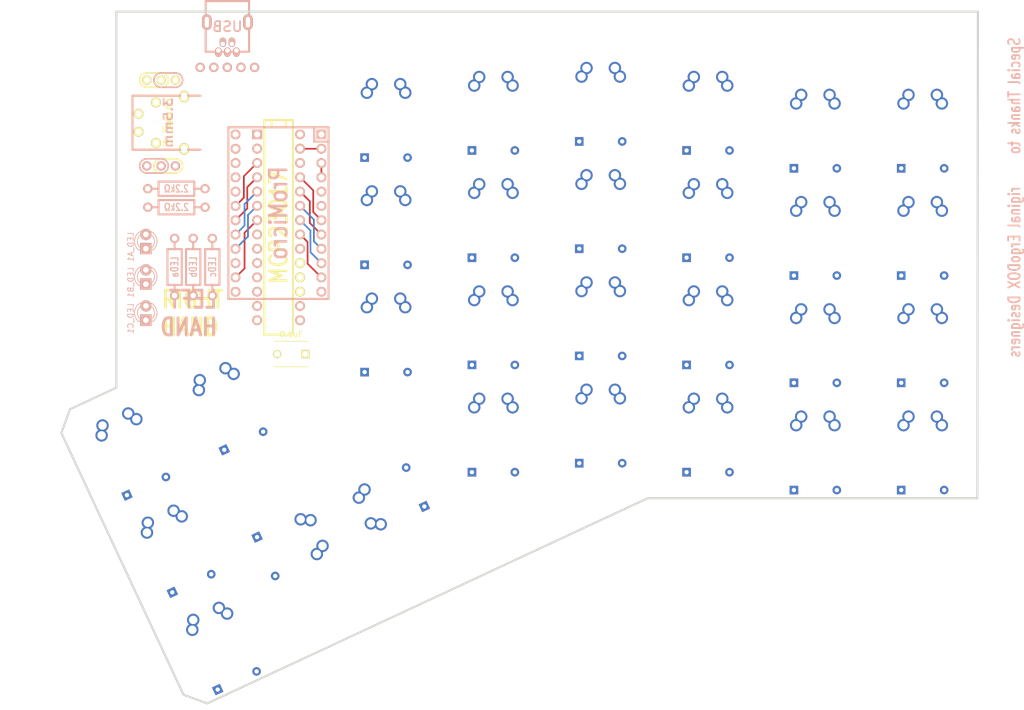
<source format=kicad_pcb>
(kicad_pcb (version 20171130) (host pcbnew 5.1.10)

  (general
    (thickness 1.6002)
    (drawings 15)
    (tracks 33)
    (zones 0)
    (modules 44)
    (nets 57)
  )

  (page A4)
  (layers
    (0 Front signal)
    (31 Back signal)
    (32 B.Adhes user)
    (33 F.Adhes user)
    (34 B.Paste user)
    (35 F.Paste user)
    (36 B.SilkS user)
    (37 F.SilkS user)
    (38 B.Mask user)
    (39 F.Mask user)
    (40 Dwgs.User user)
    (41 Cmts.User user)
    (42 Eco1.User user)
    (43 Eco2.User user)
    (44 Edge.Cuts user)
  )

  (setup
    (last_trace_width 0.3048)
    (user_trace_width 0.03302)
    (user_trace_width 0.1524)
    (user_trace_width 0.2032)
    (user_trace_width 0.254)
    (user_trace_width 0.3048)
    (user_trace_width 0.4064)
    (user_trace_width 0.508)
    (user_trace_width 0.6096)
    (user_trace_width 0.7112)
    (user_trace_width 0.8128)
    (user_trace_width 1.016)
    (user_trace_width 1.2192)
    (trace_clearance 0.3048)
    (zone_clearance 0.508)
    (zone_45_only yes)
    (trace_min 0.0254)
    (via_size 0.6096)
    (via_drill 0.508)
    (via_min_size 0.4064)
    (via_min_drill 0.2032)
    (user_via 0.6096 0.3048)
    (user_via 0.8128 0.508)
    (user_via 1.27 0.762)
    (user_via 1.651 0.9906)
    (uvia_size 0.508)
    (uvia_drill 0.127)
    (uvias_allowed no)
    (uvia_min_size 0.508)
    (uvia_min_drill 0.127)
    (edge_width 0.381)
    (segment_width 0.3048)
    (pcb_text_width 0.3048)
    (pcb_text_size 1.524 2.032)
    (mod_edge_width 0.6096)
    (mod_text_size 1.524 1.524)
    (mod_text_width 0.3048)
    (pad_size 3.9878 3.9878)
    (pad_drill 3.9878)
    (pad_to_mask_clearance 0.2032)
    (aux_axis_origin 0 0)
    (grid_origin 23.1394 189.5348)
    (visible_elements 7FFFFFFF)
    (pcbplotparams
      (layerselection 0x010fc_80000001)
      (usegerberextensions false)
      (usegerberattributes true)
      (usegerberadvancedattributes true)
      (creategerberjobfile true)
      (excludeedgelayer true)
      (linewidth 0.150000)
      (plotframeref false)
      (viasonmask false)
      (mode 1)
      (useauxorigin false)
      (hpglpennumber 1)
      (hpglpenspeed 20)
      (hpglpendiameter 100.000000)
      (psnegative false)
      (psa4output false)
      (plotreference true)
      (plotvalue true)
      (plotinvisibletext false)
      (padsonsilk false)
      (subtractmaskfromsilk false)
      (outputformat 1)
      (mirror false)
      (drillshape 0)
      (scaleselection 1)
      (outputdirectory "gerber/"))
  )

  (net 0 "")
  (net 1 /COL0)
  (net 2 /COL1)
  (net 3 /COL10)
  (net 4 /COL11)
  (net 5 /COL4)
  (net 6 /COL5)
  (net 7 /LED_A)
  (net 8 /LED_B)
  (net 9 /LED_C)
  (net 10 /ROW0)
  (net 11 /ROW1)
  (net 12 /ROW2)
  (net 13 /ROW3)
  (net 14 /ROW4)
  (net 15 /SCLM)
  (net 16 /SDAM)
  (net 17 GND)
  (net 18 VCC)
  (net 19 "Net-(J1-Pad2)")
  (net 20 "Net-(J1-Pad3)")
  (net 21 "Net-(J1-Pad4)")
  (net 22 "Net-(J2-Pad1)")
  (net 23 "Net-(J2-Pad4)")
  (net 24 "Net-(LED_A1-Pad1)")
  (net 25 "Net-(LED_B1-Pad1)")
  (net 26 "Net-(LED_C1-Pad1)")
  (net 27 "Net-(J1-Pad6)")
  (net 28 "Net-(SW0:8-Pad2)")
  (net 29 "Net-(SW0:9-Pad2)")
  (net 30 "Net-(SW0:10-Pad2)")
  (net 31 "Net-(SW0:11-Pad2)")
  (net 32 "Net-(SW0:12-Pad2)")
  (net 33 "Net-(SW1:9-Pad2)")
  (net 34 "Net-(SW1:10-Pad2)")
  (net 35 "Net-(SW1:11-Pad2)")
  (net 36 "Net-(SW1:12-Pad2)")
  (net 37 "Net-(SW1:13-Pad2)")
  (net 38 "Net-(SW2:8-Pad2)")
  (net 39 "Net-(SW2:9-Pad2)")
  (net 40 "Net-(SW2:10-Pad2)")
  (net 41 "Net-(SW2:11-Pad2)")
  (net 42 "Net-(SW2:12-Pad2)")
  (net 43 "Net-(SW2:13-Pad2)")
  (net 44 "Net-(SW3:8-Pad2)")
  (net 45 "Net-(SW3:9-Pad2)")
  (net 46 "Net-(SW3:10-Pad2)")
  (net 47 "Net-(SW3:11-Pad2)")
  (net 48 "Net-(SW3:12-Pad2)")
  (net 49 "Net-(SW3:13-Pad2)")
  (net 50 "Net-(SW4:8-Pad2)")
  (net 51 "Net-(SW4:9-Pad2)")
  (net 52 "Net-(SW4:10-Pad2)")
  (net 53 "Net-(SW4:11-Pad2)")
  (net 54 "Net-(SW4:12-Pad2)")
  (net 55 "Net-(SW4:13-Pad2)")
  (net 56 "Net-(SX1:8-Pad2)")

  (net_class Default "This is the default net class."
    (clearance 0.3048)
    (trace_width 0.3048)
    (via_dia 0.6096)
    (via_drill 0.508)
    (uvia_dia 0.508)
    (uvia_drill 0.127)
    (add_net /COL0)
    (add_net /COL1)
    (add_net /COL10)
    (add_net /COL11)
    (add_net /COL4)
    (add_net /COL5)
    (add_net /COL6)
    (add_net /COL7)
    (add_net /LED_A)
    (add_net /LED_B)
    (add_net /LED_C)
    (add_net /ROW0)
    (add_net /ROW1)
    (add_net /ROW2)
    (add_net /ROW3)
    (add_net /ROW4)
    (add_net /SCLM)
    (add_net /SDAM)
    (add_net GND)
    (add_net "Net-(C1-Pad1)")
    (add_net "Net-(C1-Pad2)")
    (add_net "Net-(J1-Pad2)")
    (add_net "Net-(J1-Pad3)")
    (add_net "Net-(J1-Pad4)")
    (add_net "Net-(J1-Pad6)")
    (add_net "Net-(J2-Pad1)")
    (add_net "Net-(J2-Pad4)")
    (add_net "Net-(LED_A1-Pad1)")
    (add_net "Net-(LED_B1-Pad1)")
    (add_net "Net-(LED_C1-Pad1)")
    (add_net "Net-(SW0:10-Pad2)")
    (add_net "Net-(SW0:11-Pad2)")
    (add_net "Net-(SW0:12-Pad2)")
    (add_net "Net-(SW0:8-Pad2)")
    (add_net "Net-(SW0:9-Pad2)")
    (add_net "Net-(SW1:10-Pad2)")
    (add_net "Net-(SW1:11-Pad2)")
    (add_net "Net-(SW1:12-Pad2)")
    (add_net "Net-(SW1:13-Pad2)")
    (add_net "Net-(SW1:9-Pad2)")
    (add_net "Net-(SW2:10-Pad2)")
    (add_net "Net-(SW2:11-Pad2)")
    (add_net "Net-(SW2:12-Pad2)")
    (add_net "Net-(SW2:13-Pad2)")
    (add_net "Net-(SW2:8-Pad2)")
    (add_net "Net-(SW2:9-Pad2)")
    (add_net "Net-(SW3:10-Pad2)")
    (add_net "Net-(SW3:11-Pad2)")
    (add_net "Net-(SW3:12-Pad2)")
    (add_net "Net-(SW3:13-Pad2)")
    (add_net "Net-(SW3:8-Pad2)")
    (add_net "Net-(SW3:9-Pad2)")
    (add_net "Net-(SW4:10-Pad2)")
    (add_net "Net-(SW4:11-Pad2)")
    (add_net "Net-(SW4:12-Pad2)")
    (add_net "Net-(SW4:13-Pad2)")
    (add_net "Net-(SW4:8-Pad2)")
    (add_net "Net-(SW4:9-Pad2)")
    (add_net "Net-(SX1:8-Pad2)")
    (add_net "Net-(U1-Pad25)")
    (add_net "Net-(U1-Pad27)")
    (add_net "Net-(U1-Pad29)")
    (add_net "Net-(U2-Pad1)")
    (add_net "Net-(U2-Pad11)")
    (add_net "Net-(U2-Pad14)")
    (add_net "Net-(U2-Pad19)")
    (add_net "Net-(U2-Pad2)")
    (add_net "Net-(U2-Pad20)")
    (add_net "Net-(U2-Pad26)")
    (add_net "Net-(U2-Pad8)")
    (add_net VCC)
  )

  (module ErgoDone:200-dual (layer Front) (tedit 60E15988) (tstamp 58E97BBC)
    (at 74.754105 161.11728 295)
    (path /4EAB15BC)
    (fp_text reference SW0:11 (at 0 3.175 115) (layer F.SilkS) hide
      (effects (font (size 1 1) (thickness 0.2)))
    )
    (fp_text value SW0:2 (at 0 5.08 115) (layer F.SilkS) hide
      (effects (font (size 1.27 1.524) (thickness 0.2032)))
    )
    (fp_text user 2.00u (at -15.24 8.255 115) (layer Dwgs.User)
      (effects (font (size 1.524 1.524) (thickness 0.3048)))
    )
    (fp_line (start -19.05 -9.525) (end 19.05 -9.525) (layer Dwgs.User) (width 0.1))
    (fp_line (start 19.05 -9.525) (end 19.05 9.525) (layer Dwgs.User) (width 0.1))
    (fp_line (start 19.05 9.525) (end -19.05 9.525) (layer Dwgs.User) (width 0.1))
    (fp_line (start -19.05 9.525) (end -19.05 -9.525) (layer Dwgs.User) (width 0.1))
    (fp_line (start -6.985 -6.985) (end 6.985 -6.985) (layer Eco2.User) (width 0.1524))
    (fp_line (start 6.985 -6.985) (end 6.985 -4.8768) (layer Eco2.User) (width 0.1524))
    (fp_line (start 6.985 -4.8768) (end 8.6106 -4.8768) (layer Eco2.User) (width 0.1524))
    (fp_line (start 8.6106 -4.8768) (end 8.6106 -5.6896) (layer Eco2.User) (width 0.1524))
    (fp_line (start 8.6106 -5.6896) (end 15.2654 -5.6896) (layer Eco2.User) (width 0.1524))
    (fp_line (start 15.2654 -5.6896) (end 15.2654 -2.286) (layer Eco2.User) (width 0.1524))
    (fp_line (start 15.2654 -2.286) (end 16.129 -2.286) (layer Eco2.User) (width 0.1524))
    (fp_line (start 16.129 -2.286) (end 16.129 0.508) (layer Eco2.User) (width 0.1524))
    (fp_line (start 16.129 0.508) (end 15.2654 0.508) (layer Eco2.User) (width 0.1524))
    (fp_line (start 15.2654 0.508) (end 15.2654 6.604) (layer Eco2.User) (width 0.1524))
    (fp_line (start 15.2654 6.604) (end 14.224 6.604) (layer Eco2.User) (width 0.1524))
    (fp_line (start 14.224 6.604) (end 14.224 7.7724) (layer Eco2.User) (width 0.1524))
    (fp_line (start 14.224 7.7724) (end 9.652 7.7724) (layer Eco2.User) (width 0.1524))
    (fp_line (start 9.652 7.7724) (end 9.652 6.604) (layer Eco2.User) (width 0.1524))
    (fp_line (start 9.652 6.604) (end 8.6106 6.604) (layer Eco2.User) (width 0.1524))
    (fp_line (start 8.6106 6.604) (end 8.6106 5.8166) (layer Eco2.User) (width 0.1524))
    (fp_line (start 8.6106 5.8166) (end 6.985 5.8166) (layer Eco2.User) (width 0.1524))
    (fp_line (start 6.985 5.8166) (end 6.985 6.985) (layer Eco2.User) (width 0.1524))
    (fp_line (start 6.985 6.985) (end -6.985 6.985) (layer Eco2.User) (width 0.1524))
    (fp_line (start -6.985 6.985) (end -6.985 5.8166) (layer Eco2.User) (width 0.1524))
    (fp_line (start -6.985 5.8166) (end -8.6106 5.8166) (layer Eco2.User) (width 0.1524))
    (fp_line (start -8.6106 5.8166) (end -8.6106 6.604) (layer Eco2.User) (width 0.1524))
    (fp_line (start -8.6106 6.604) (end -9.652 6.604) (layer Eco2.User) (width 0.1524))
    (fp_line (start -9.652 6.604) (end -9.652 7.7724) (layer Eco2.User) (width 0.1524))
    (fp_line (start -9.652 7.7724) (end -14.224 7.7724) (layer Eco2.User) (width 0.1524))
    (fp_line (start -14.224 7.7724) (end -14.224 6.604) (layer Eco2.User) (width 0.1524))
    (fp_line (start -14.224 6.604) (end -15.2654 6.604) (layer Eco2.User) (width 0.1524))
    (fp_line (start -15.2654 6.604) (end -15.2654 0.508) (layer Eco2.User) (width 0.1524))
    (fp_line (start -15.2654 0.508) (end -16.129 0.508) (layer Eco2.User) (width 0.1524))
    (fp_line (start -16.129 0.508) (end -16.129 -2.286) (layer Eco2.User) (width 0.1524))
    (fp_line (start -16.129 -2.286) (end -15.2654 -2.286) (layer Eco2.User) (width 0.1524))
    (fp_line (start -15.2654 -2.286) (end -15.2654 -5.6896) (layer Eco2.User) (width 0.1524))
    (fp_line (start -15.2654 -5.6896) (end -8.6106 -5.6896) (layer Eco2.User) (width 0.1524))
    (fp_line (start -8.6106 -5.6896) (end -8.6106 -4.8768) (layer Eco2.User) (width 0.1524))
    (fp_line (start -8.6106 -4.8768) (end -6.985 -4.8768) (layer Eco2.User) (width 0.1524))
    (fp_line (start -6.985 -4.8768) (end -6.985 -6.985) (layer Eco2.User) (width 0.1524))
    (pad 4 thru_hole rect (at -3.81 5.08 295) (size 1.524 1.524) (drill 0.762) (layers *.Cu *.Mask)
      (net 4 /COL11))
    (pad 3 thru_hole circle (at 3.81 5.08 295) (size 1.524 1.524) (drill 0.762) (layers *.Cu *.Mask)
      (net 31 "Net-(SW0:11-Pad2)"))
    (pad 2 thru_hole circle (at 2.52 -4.79 295) (size 2.2 2.2) (drill 1.5) (layers *.Cu *.Mask)
      (net 31 "Net-(SW0:11-Pad2)"))
    (pad 1 thru_hole circle (at -2.52 -4.79 295) (size 2.2 2.2) (drill 1.5) (layers *.Cu *.Mask)
      (net 10 /ROW0))
    (pad 1 thru_hole circle (at -3.405 -3.27 324) (size 2.2 2.2) (drill 1.5) (layers *.Cu *.Mask)
      (net 10 /ROW0))
    (pad 2 thru_hole circle (at 3.405 -3.27 324) (size 2.2 2.2) (drill 1.5) (layers *.Cu *.Mask)
      (net 31 "Net-(SW0:11-Pad2)"))
    (pad "" np_thru_hole circle (at 11.938 8.255 295) (size 3.9878 3.9878) (drill 3.9878) (layers *.Cu *.Mask))
    (pad "" np_thru_hole circle (at -11.938 8.255 295) (size 3.9878 3.9878) (drill 3.9878) (layers *.Cu *.Mask))
    (pad "" np_thru_hole circle (at 11.938 -6.985 295) (size 3.048 3.048) (drill 3.048) (layers *.Cu *.Mask))
    (pad "" np_thru_hole circle (at -11.938 -6.985 295) (size 3.048 3.048) (drill 3.048) (layers *.Cu *.Mask))
    (pad "" np_thru_hole circle (at 5.08 0 295) (size 1.8 1.8) (drill 1.8) (layers *.Cu *.Mask))
    (pad "" np_thru_hole circle (at -5.08 0 295) (size 1.8 1.8) (drill 1.8) (layers *.Cu *.Mask))
    (pad "" np_thru_hole circle (at 0 0 295) (size 3.9878 3.9878) (drill 3.9878) (layers *.Cu *.Mask))
  )

  (module ErgoDone:200-dual (layer Front) (tedit 60E15988) (tstamp 58E97B86)
    (at 92.018485 153.06548 115)
    (path /4D92DEDD)
    (fp_text reference SW0:10 (at 0 3.175 115) (layer F.SilkS) hide
      (effects (font (size 1 1) (thickness 0.2)))
    )
    (fp_text value SW0:3 (at 0 5.08 115) (layer F.SilkS) hide
      (effects (font (size 1.27 1.524) (thickness 0.2032)))
    )
    (fp_text user 2.00u (at -15.24 8.255 115) (layer Dwgs.User)
      (effects (font (size 1.524 1.524) (thickness 0.3048)))
    )
    (fp_line (start -19.05 -9.525) (end 19.05 -9.525) (layer Dwgs.User) (width 0.1))
    (fp_line (start 19.05 -9.525) (end 19.05 9.525) (layer Dwgs.User) (width 0.1))
    (fp_line (start 19.05 9.525) (end -19.05 9.525) (layer Dwgs.User) (width 0.1))
    (fp_line (start -19.05 9.525) (end -19.05 -9.525) (layer Dwgs.User) (width 0.1))
    (fp_line (start -6.985 -6.985) (end 6.985 -6.985) (layer Eco2.User) (width 0.1524))
    (fp_line (start 6.985 -6.985) (end 6.985 -4.8768) (layer Eco2.User) (width 0.1524))
    (fp_line (start 6.985 -4.8768) (end 8.6106 -4.8768) (layer Eco2.User) (width 0.1524))
    (fp_line (start 8.6106 -4.8768) (end 8.6106 -5.6896) (layer Eco2.User) (width 0.1524))
    (fp_line (start 8.6106 -5.6896) (end 15.2654 -5.6896) (layer Eco2.User) (width 0.1524))
    (fp_line (start 15.2654 -5.6896) (end 15.2654 -2.286) (layer Eco2.User) (width 0.1524))
    (fp_line (start 15.2654 -2.286) (end 16.129 -2.286) (layer Eco2.User) (width 0.1524))
    (fp_line (start 16.129 -2.286) (end 16.129 0.508) (layer Eco2.User) (width 0.1524))
    (fp_line (start 16.129 0.508) (end 15.2654 0.508) (layer Eco2.User) (width 0.1524))
    (fp_line (start 15.2654 0.508) (end 15.2654 6.604) (layer Eco2.User) (width 0.1524))
    (fp_line (start 15.2654 6.604) (end 14.224 6.604) (layer Eco2.User) (width 0.1524))
    (fp_line (start 14.224 6.604) (end 14.224 7.7724) (layer Eco2.User) (width 0.1524))
    (fp_line (start 14.224 7.7724) (end 9.652 7.7724) (layer Eco2.User) (width 0.1524))
    (fp_line (start 9.652 7.7724) (end 9.652 6.604) (layer Eco2.User) (width 0.1524))
    (fp_line (start 9.652 6.604) (end 8.6106 6.604) (layer Eco2.User) (width 0.1524))
    (fp_line (start 8.6106 6.604) (end 8.6106 5.8166) (layer Eco2.User) (width 0.1524))
    (fp_line (start 8.6106 5.8166) (end 6.985 5.8166) (layer Eco2.User) (width 0.1524))
    (fp_line (start 6.985 5.8166) (end 6.985 6.985) (layer Eco2.User) (width 0.1524))
    (fp_line (start 6.985 6.985) (end -6.985 6.985) (layer Eco2.User) (width 0.1524))
    (fp_line (start -6.985 6.985) (end -6.985 5.8166) (layer Eco2.User) (width 0.1524))
    (fp_line (start -6.985 5.8166) (end -8.6106 5.8166) (layer Eco2.User) (width 0.1524))
    (fp_line (start -8.6106 5.8166) (end -8.6106 6.604) (layer Eco2.User) (width 0.1524))
    (fp_line (start -8.6106 6.604) (end -9.652 6.604) (layer Eco2.User) (width 0.1524))
    (fp_line (start -9.652 6.604) (end -9.652 7.7724) (layer Eco2.User) (width 0.1524))
    (fp_line (start -9.652 7.7724) (end -14.224 7.7724) (layer Eco2.User) (width 0.1524))
    (fp_line (start -14.224 7.7724) (end -14.224 6.604) (layer Eco2.User) (width 0.1524))
    (fp_line (start -14.224 6.604) (end -15.2654 6.604) (layer Eco2.User) (width 0.1524))
    (fp_line (start -15.2654 6.604) (end -15.2654 0.508) (layer Eco2.User) (width 0.1524))
    (fp_line (start -15.2654 0.508) (end -16.129 0.508) (layer Eco2.User) (width 0.1524))
    (fp_line (start -16.129 0.508) (end -16.129 -2.286) (layer Eco2.User) (width 0.1524))
    (fp_line (start -16.129 -2.286) (end -15.2654 -2.286) (layer Eco2.User) (width 0.1524))
    (fp_line (start -15.2654 -2.286) (end -15.2654 -5.6896) (layer Eco2.User) (width 0.1524))
    (fp_line (start -15.2654 -5.6896) (end -8.6106 -5.6896) (layer Eco2.User) (width 0.1524))
    (fp_line (start -8.6106 -5.6896) (end -8.6106 -4.8768) (layer Eco2.User) (width 0.1524))
    (fp_line (start -8.6106 -4.8768) (end -6.985 -4.8768) (layer Eco2.User) (width 0.1524))
    (fp_line (start -6.985 -4.8768) (end -6.985 -6.985) (layer Eco2.User) (width 0.1524))
    (pad 4 thru_hole rect (at -3.81 5.08 115) (size 1.524 1.524) (drill 0.762) (layers *.Cu *.Mask)
      (net 3 /COL10))
    (pad 3 thru_hole circle (at 3.81 5.08 115) (size 1.524 1.524) (drill 0.762) (layers *.Cu *.Mask)
      (net 30 "Net-(SW0:10-Pad2)"))
    (pad 2 thru_hole circle (at 2.52 -4.79 115) (size 2.2 2.2) (drill 1.5) (layers *.Cu *.Mask)
      (net 30 "Net-(SW0:10-Pad2)"))
    (pad 1 thru_hole circle (at -2.52 -4.79 115) (size 2.2 2.2) (drill 1.5) (layers *.Cu *.Mask)
      (net 10 /ROW0))
    (pad 1 thru_hole circle (at -3.405 -3.27 144) (size 2.2 2.2) (drill 1.5) (layers *.Cu *.Mask)
      (net 10 /ROW0))
    (pad 2 thru_hole circle (at 3.405 -3.27 144) (size 2.2 2.2) (drill 1.5) (layers *.Cu *.Mask)
      (net 30 "Net-(SW0:10-Pad2)"))
    (pad "" np_thru_hole circle (at 11.938 8.255 115) (size 3.9878 3.9878) (drill 3.9878) (layers *.Cu *.Mask))
    (pad "" np_thru_hole circle (at -11.938 8.255 115) (size 3.9878 3.9878) (drill 3.9878) (layers *.Cu *.Mask))
    (pad "" np_thru_hole circle (at 11.938 -6.985 115) (size 3.048 3.048) (drill 3.048) (layers *.Cu *.Mask))
    (pad "" np_thru_hole circle (at -11.938 -6.985 115) (size 3.048 3.048) (drill 3.048) (layers *.Cu *.Mask))
    (pad "" np_thru_hole circle (at 5.08 0 115) (size 1.8 1.8) (drill 1.8) (layers *.Cu *.Mask))
    (pad "" np_thru_hole circle (at -5.08 0 115) (size 1.8 1.8) (drill 1.8) (layers *.Cu *.Mask))
    (pad "" np_thru_hole circle (at 0 0 115) (size 3.9878 3.9878) (drill 3.9878) (layers *.Cu *.Mask))
  )

  (module ErgoDone:100-dual (layer Front) (tedit 60E15884) (tstamp 58E98138)
    (at 186.69 86.05266)
    (path /4D92DF34)
    (fp_text reference SW4:13 (at 0 3.175) (layer F.SilkS) hide
      (effects (font (size 1.27 1.524) (thickness 0.2032)))
    )
    (fp_text value SW4:0 (at 0 5.08) (layer F.SilkS) hide
      (effects (font (size 1.27 1.524) (thickness 0.2032)))
    )
    (fp_text user 1.00u (at -5.715 8.255) (layer Dwgs.User)
      (effects (font (size 1.524 1.524) (thickness 0.3048)))
    )
    (fp_line (start -7 7) (end -7 -7) (layer Eco2.User) (width 0.1))
    (fp_line (start 7 7) (end -7 7) (layer Eco2.User) (width 0.1))
    (fp_line (start 7 -7) (end 7 7) (layer Eco2.User) (width 0.1))
    (fp_line (start -7 -7) (end 7 -7) (layer Eco2.User) (width 0.1))
    (fp_line (start -9.525 9.525) (end -9.525 -9.525) (layer Dwgs.User) (width 0.1))
    (fp_line (start 9.525 9.525) (end -9.525 9.525) (layer Dwgs.User) (width 0.1))
    (fp_line (start 9.525 -9.525) (end 9.525 9.525) (layer Dwgs.User) (width 0.1))
    (fp_line (start -9.525 -9.525) (end 9.525 -9.525) (layer Dwgs.User) (width 0.1))
    (pad 4 thru_hole rect (at -3.81 8.255) (size 1.524 1.524) (drill 0.762) (layers *.Cu *.Mask)
      (net 1 /COL0))
    (pad 3 thru_hole circle (at 3.81 8.255) (size 1.524 1.524) (drill 0.762) (layers *.Cu *.Mask)
      (net 55 "Net-(SW4:13-Pad2)"))
    (pad 2 thru_hole circle (at 2.52 -4.79) (size 2.2 2.2) (drill 1.5) (layers *.Cu *.Mask)
      (net 55 "Net-(SW4:13-Pad2)"))
    (pad 1 thru_hole circle (at -2.52 -4.79) (size 2.2 2.2) (drill 1.5) (layers *.Cu *.Mask)
      (net 14 /ROW4))
    (pad 1 thru_hole circle (at -3.405 -3.27 29) (size 2.2 2.2) (drill 1.5) (layers *.Cu *.Mask)
      (net 14 /ROW4))
    (pad 2 thru_hole circle (at 3.405 -3.27 29) (size 2.2 2.2) (drill 1.5) (layers *.Cu *.Mask)
      (net 55 "Net-(SW4:13-Pad2)"))
    (pad "" np_thru_hole circle (at 5.08 0) (size 1.8 1.8) (drill 1.8) (layers *.Cu *.Mask))
    (pad "" np_thru_hole circle (at -5.08 0) (size 1.8 1.8) (drill 1.8) (layers *.Cu *.Mask))
    (pad "" np_thru_hole circle (at 0 0) (size 3.9878 3.9878) (drill 3.9878) (layers *.Cu *.Mask))
  )

  (module ErgoDone:100-dual (layer Front) (tedit 60E15884) (tstamp 58E9312A)
    (at 186.69 105.10266)
    (path /4D92DFAD)
    (fp_text reference SW3:13 (at 0 3.175) (layer F.SilkS) hide
      (effects (font (size 1.27 1.524) (thickness 0.2032)))
    )
    (fp_text value SW3:0 (at 0 5.08) (layer F.SilkS) hide
      (effects (font (size 1.27 1.524) (thickness 0.2032)))
    )
    (fp_text user 1.00u (at -5.715 8.255) (layer Dwgs.User)
      (effects (font (size 1.524 1.524) (thickness 0.3048)))
    )
    (fp_line (start -7 7) (end -7 -7) (layer Eco2.User) (width 0.1))
    (fp_line (start 7 7) (end -7 7) (layer Eco2.User) (width 0.1))
    (fp_line (start 7 -7) (end 7 7) (layer Eco2.User) (width 0.1))
    (fp_line (start -7 -7) (end 7 -7) (layer Eco2.User) (width 0.1))
    (fp_line (start -9.525 9.525) (end -9.525 -9.525) (layer Dwgs.User) (width 0.1))
    (fp_line (start 9.525 9.525) (end -9.525 9.525) (layer Dwgs.User) (width 0.1))
    (fp_line (start 9.525 -9.525) (end 9.525 9.525) (layer Dwgs.User) (width 0.1))
    (fp_line (start -9.525 -9.525) (end 9.525 -9.525) (layer Dwgs.User) (width 0.1))
    (pad 4 thru_hole rect (at -3.81 8.255) (size 1.524 1.524) (drill 0.762) (layers *.Cu *.Mask)
      (net 1 /COL0))
    (pad 3 thru_hole circle (at 3.81 8.255) (size 1.524 1.524) (drill 0.762) (layers *.Cu *.Mask)
      (net 49 "Net-(SW3:13-Pad2)"))
    (pad 2 thru_hole circle (at 2.52 -4.79) (size 2.2 2.2) (drill 1.5) (layers *.Cu *.Mask)
      (net 49 "Net-(SW3:13-Pad2)"))
    (pad 1 thru_hole circle (at -2.52 -4.79) (size 2.2 2.2) (drill 1.5) (layers *.Cu *.Mask)
      (net 13 /ROW3))
    (pad 1 thru_hole circle (at -3.405 -3.27 29) (size 2.2 2.2) (drill 1.5) (layers *.Cu *.Mask)
      (net 13 /ROW3))
    (pad 2 thru_hole circle (at 3.405 -3.27 29) (size 2.2 2.2) (drill 1.5) (layers *.Cu *.Mask)
      (net 49 "Net-(SW3:13-Pad2)"))
    (pad "" np_thru_hole circle (at 5.08 0) (size 1.8 1.8) (drill 1.8) (layers *.Cu *.Mask))
    (pad "" np_thru_hole circle (at -5.08 0) (size 1.8 1.8) (drill 1.8) (layers *.Cu *.Mask))
    (pad "" np_thru_hole circle (at 0 0) (size 3.9878 3.9878) (drill 3.9878) (layers *.Cu *.Mask))
  )

  (module ErgoDone:100-dual (layer Front) (tedit 60E15884) (tstamp 58E930F1)
    (at 186.69 124.15266)
    (path /4D92DFBB)
    (fp_text reference SW2:13 (at 0 3.175) (layer F.SilkS) hide
      (effects (font (size 1.27 1.524) (thickness 0.2032)))
    )
    (fp_text value SW2:0 (at 0 5.08) (layer F.SilkS) hide
      (effects (font (size 1.27 1.524) (thickness 0.2032)))
    )
    (fp_text user 1.00u (at -5.715 8.255) (layer Dwgs.User)
      (effects (font (size 1.524 1.524) (thickness 0.3048)))
    )
    (fp_line (start -7 7) (end -7 -7) (layer Eco2.User) (width 0.1))
    (fp_line (start 7 7) (end -7 7) (layer Eco2.User) (width 0.1))
    (fp_line (start 7 -7) (end 7 7) (layer Eco2.User) (width 0.1))
    (fp_line (start -7 -7) (end 7 -7) (layer Eco2.User) (width 0.1))
    (fp_line (start -9.525 9.525) (end -9.525 -9.525) (layer Dwgs.User) (width 0.1))
    (fp_line (start 9.525 9.525) (end -9.525 9.525) (layer Dwgs.User) (width 0.1))
    (fp_line (start 9.525 -9.525) (end 9.525 9.525) (layer Dwgs.User) (width 0.1))
    (fp_line (start -9.525 -9.525) (end 9.525 -9.525) (layer Dwgs.User) (width 0.1))
    (pad 4 thru_hole rect (at -3.81 8.255) (size 1.524 1.524) (drill 0.762) (layers *.Cu *.Mask)
      (net 1 /COL0))
    (pad 3 thru_hole circle (at 3.81 8.255) (size 1.524 1.524) (drill 0.762) (layers *.Cu *.Mask)
      (net 43 "Net-(SW2:13-Pad2)"))
    (pad 2 thru_hole circle (at 2.52 -4.79) (size 2.2 2.2) (drill 1.5) (layers *.Cu *.Mask)
      (net 43 "Net-(SW2:13-Pad2)"))
    (pad 1 thru_hole circle (at -2.52 -4.79) (size 2.2 2.2) (drill 1.5) (layers *.Cu *.Mask)
      (net 12 /ROW2))
    (pad 1 thru_hole circle (at -3.405 -3.27 29) (size 2.2 2.2) (drill 1.5) (layers *.Cu *.Mask)
      (net 12 /ROW2))
    (pad 2 thru_hole circle (at 3.405 -3.27 29) (size 2.2 2.2) (drill 1.5) (layers *.Cu *.Mask)
      (net 43 "Net-(SW2:13-Pad2)"))
    (pad "" np_thru_hole circle (at 5.08 0) (size 1.8 1.8) (drill 1.8) (layers *.Cu *.Mask))
    (pad "" np_thru_hole circle (at -5.08 0) (size 1.8 1.8) (drill 1.8) (layers *.Cu *.Mask))
    (pad "" np_thru_hole circle (at 0 0) (size 3.9878 3.9878) (drill 3.9878) (layers *.Cu *.Mask))
  )

  (module ErgoDone:100-dual (layer Front) (tedit 60E15884) (tstamp 60E3A644)
    (at 45.414565 143.2687 25)
    (path /4FFE1283)
    (fp_text reference SX1:8 (at 0 3.175 25) (layer F.SilkS) hide
      (effects (font (size 1.27 1.524) (thickness 0.2032)))
    )
    (fp_text value SX1:5 (at 0 5.08 25) (layer F.SilkS) hide
      (effects (font (size 1.27 1.524) (thickness 0.2032)))
    )
    (fp_text user 1.00u (at -5.715 8.255 25) (layer Dwgs.User)
      (effects (font (size 1.524 1.524) (thickness 0.3048)))
    )
    (fp_line (start -7 7) (end -7 -7) (layer Eco2.User) (width 0.1))
    (fp_line (start 7 7) (end -7 7) (layer Eco2.User) (width 0.1))
    (fp_line (start 7 -7) (end 7 7) (layer Eco2.User) (width 0.1))
    (fp_line (start -7 -7) (end 7 -7) (layer Eco2.User) (width 0.1))
    (fp_line (start -9.525 9.525) (end -9.525 -9.525) (layer Dwgs.User) (width 0.1))
    (fp_line (start 9.525 9.525) (end -9.525 9.525) (layer Dwgs.User) (width 0.1))
    (fp_line (start 9.525 -9.525) (end 9.525 9.525) (layer Dwgs.User) (width 0.1))
    (fp_line (start -9.525 -9.525) (end 9.525 -9.525) (layer Dwgs.User) (width 0.1))
    (pad 4 thru_hole rect (at -3.81 8.255 25) (size 1.524 1.524) (drill 0.762) (layers *.Cu *.Mask)
      (net 6 /COL5))
    (pad 3 thru_hole circle (at 3.81 8.255 25) (size 1.524 1.524) (drill 0.762) (layers *.Cu *.Mask)
      (net 56 "Net-(SX1:8-Pad2)"))
    (pad 2 thru_hole circle (at 2.52 -4.79 25) (size 2.2 2.2) (drill 1.5) (layers *.Cu *.Mask)
      (net 56 "Net-(SX1:8-Pad2)"))
    (pad 1 thru_hole circle (at -2.52 -4.79 25) (size 2.2 2.2) (drill 1.5) (layers *.Cu *.Mask)
      (net 11 /ROW1))
    (pad 1 thru_hole circle (at -3.405 -3.27 54) (size 2.2 2.2) (drill 1.5) (layers *.Cu *.Mask)
      (net 11 /ROW1))
    (pad 2 thru_hole circle (at 3.405 -3.27 54) (size 2.2 2.2) (drill 1.5) (layers *.Cu *.Mask)
      (net 56 "Net-(SX1:8-Pad2)"))
    (pad "" np_thru_hole circle (at 5.08 0 25) (size 1.8 1.8) (drill 1.8) (layers *.Cu *.Mask))
    (pad "" np_thru_hole circle (at -5.08 0 25) (size 1.8 1.8) (drill 1.8) (layers *.Cu *.Mask))
    (pad "" np_thru_hole circle (at 0 0 25) (size 3.9878 3.9878) (drill 3.9878) (layers *.Cu *.Mask))
  )

  (module ErgoDone:100-dual (layer Front) (tedit 60E15884) (tstamp 58E98102)
    (at 167.64 86.05266)
    (path /4D92DF2C)
    (fp_text reference SW4:12 (at 0 3.175) (layer F.SilkS) hide
      (effects (font (size 1.27 1.524) (thickness 0.2032)))
    )
    (fp_text value SW4:1 (at 0 5.08) (layer F.SilkS) hide
      (effects (font (size 1.27 1.524) (thickness 0.2032)))
    )
    (fp_text user 1.00u (at -5.715 8.255) (layer Dwgs.User)
      (effects (font (size 1.524 1.524) (thickness 0.3048)))
    )
    (fp_line (start -7 7) (end -7 -7) (layer Eco2.User) (width 0.1))
    (fp_line (start 7 7) (end -7 7) (layer Eco2.User) (width 0.1))
    (fp_line (start 7 -7) (end 7 7) (layer Eco2.User) (width 0.1))
    (fp_line (start -7 -7) (end 7 -7) (layer Eco2.User) (width 0.1))
    (fp_line (start -9.525 9.525) (end -9.525 -9.525) (layer Dwgs.User) (width 0.1))
    (fp_line (start 9.525 9.525) (end -9.525 9.525) (layer Dwgs.User) (width 0.1))
    (fp_line (start 9.525 -9.525) (end 9.525 9.525) (layer Dwgs.User) (width 0.1))
    (fp_line (start -9.525 -9.525) (end 9.525 -9.525) (layer Dwgs.User) (width 0.1))
    (pad 4 thru_hole rect (at -3.81 8.255) (size 1.524 1.524) (drill 0.762) (layers *.Cu *.Mask)
      (net 2 /COL1))
    (pad 3 thru_hole circle (at 3.81 8.255) (size 1.524 1.524) (drill 0.762) (layers *.Cu *.Mask)
      (net 54 "Net-(SW4:12-Pad2)"))
    (pad 2 thru_hole circle (at 2.52 -4.79) (size 2.2 2.2) (drill 1.5) (layers *.Cu *.Mask)
      (net 54 "Net-(SW4:12-Pad2)"))
    (pad 1 thru_hole circle (at -2.52 -4.79) (size 2.2 2.2) (drill 1.5) (layers *.Cu *.Mask)
      (net 14 /ROW4))
    (pad 1 thru_hole circle (at -3.405 -3.27 29) (size 2.2 2.2) (drill 1.5) (layers *.Cu *.Mask)
      (net 14 /ROW4))
    (pad 2 thru_hole circle (at 3.405 -3.27 29) (size 2.2 2.2) (drill 1.5) (layers *.Cu *.Mask)
      (net 54 "Net-(SW4:12-Pad2)"))
    (pad "" np_thru_hole circle (at 5.08 0) (size 1.8 1.8) (drill 1.8) (layers *.Cu *.Mask))
    (pad "" np_thru_hole circle (at -5.08 0) (size 1.8 1.8) (drill 1.8) (layers *.Cu *.Mask))
    (pad "" np_thru_hole circle (at 0 0) (size 3.9878 3.9878) (drill 3.9878) (layers *.Cu *.Mask))
  )

  (module ErgoDone:100-dual (layer Front) (tedit 60E15884) (tstamp 58E980CC)
    (at 148.59 82.87766)
    (path /4D92DF2D)
    (fp_text reference SW4:11 (at 0 3.175) (layer F.SilkS) hide
      (effects (font (size 1.27 1.524) (thickness 0.2032)))
    )
    (fp_text value SW4:2 (at 0 5.08) (layer F.SilkS) hide
      (effects (font (size 1.27 1.524) (thickness 0.2032)))
    )
    (fp_text user 1.00u (at -5.715 8.255) (layer Dwgs.User)
      (effects (font (size 1.524 1.524) (thickness 0.3048)))
    )
    (fp_line (start -7 7) (end -7 -7) (layer Eco2.User) (width 0.1))
    (fp_line (start 7 7) (end -7 7) (layer Eco2.User) (width 0.1))
    (fp_line (start 7 -7) (end 7 7) (layer Eco2.User) (width 0.1))
    (fp_line (start -7 -7) (end 7 -7) (layer Eco2.User) (width 0.1))
    (fp_line (start -9.525 9.525) (end -9.525 -9.525) (layer Dwgs.User) (width 0.1))
    (fp_line (start 9.525 9.525) (end -9.525 9.525) (layer Dwgs.User) (width 0.1))
    (fp_line (start 9.525 -9.525) (end 9.525 9.525) (layer Dwgs.User) (width 0.1))
    (fp_line (start -9.525 -9.525) (end 9.525 -9.525) (layer Dwgs.User) (width 0.1))
    (pad 4 thru_hole rect (at -3.81 8.255) (size 1.524 1.524) (drill 0.762) (layers *.Cu *.Mask)
      (net 4 /COL11))
    (pad 3 thru_hole circle (at 3.81 8.255) (size 1.524 1.524) (drill 0.762) (layers *.Cu *.Mask)
      (net 53 "Net-(SW4:11-Pad2)"))
    (pad 2 thru_hole circle (at 2.52 -4.79) (size 2.2 2.2) (drill 1.5) (layers *.Cu *.Mask)
      (net 53 "Net-(SW4:11-Pad2)"))
    (pad 1 thru_hole circle (at -2.52 -4.79) (size 2.2 2.2) (drill 1.5) (layers *.Cu *.Mask)
      (net 14 /ROW4))
    (pad 1 thru_hole circle (at -3.405 -3.27 29) (size 2.2 2.2) (drill 1.5) (layers *.Cu *.Mask)
      (net 14 /ROW4))
    (pad 2 thru_hole circle (at 3.405 -3.27 29) (size 2.2 2.2) (drill 1.5) (layers *.Cu *.Mask)
      (net 53 "Net-(SW4:11-Pad2)"))
    (pad "" np_thru_hole circle (at 5.08 0) (size 1.8 1.8) (drill 1.8) (layers *.Cu *.Mask))
    (pad "" np_thru_hole circle (at -5.08 0) (size 1.8 1.8) (drill 1.8) (layers *.Cu *.Mask))
    (pad "" np_thru_hole circle (at 0 0) (size 3.9878 3.9878) (drill 3.9878) (layers *.Cu *.Mask))
  )

  (module ErgoDone:100-dual (layer Front) (tedit 60E15884) (tstamp 58E98096)
    (at 129.54 81.28)
    (path /4D92DF2F)
    (fp_text reference SW4:10 (at 0 3.175) (layer F.SilkS) hide
      (effects (font (size 1.27 1.524) (thickness 0.2032)))
    )
    (fp_text value SW4:3 (at 0 5.08) (layer F.SilkS) hide
      (effects (font (size 1.27 1.524) (thickness 0.2032)))
    )
    (fp_text user 1.00u (at -5.715 8.255) (layer Dwgs.User)
      (effects (font (size 1.524 1.524) (thickness 0.3048)))
    )
    (fp_line (start -7 7) (end -7 -7) (layer Eco2.User) (width 0.1))
    (fp_line (start 7 7) (end -7 7) (layer Eco2.User) (width 0.1))
    (fp_line (start 7 -7) (end 7 7) (layer Eco2.User) (width 0.1))
    (fp_line (start -7 -7) (end 7 -7) (layer Eco2.User) (width 0.1))
    (fp_line (start -9.525 9.525) (end -9.525 -9.525) (layer Dwgs.User) (width 0.1))
    (fp_line (start 9.525 9.525) (end -9.525 9.525) (layer Dwgs.User) (width 0.1))
    (fp_line (start 9.525 -9.525) (end 9.525 9.525) (layer Dwgs.User) (width 0.1))
    (fp_line (start -9.525 -9.525) (end 9.525 -9.525) (layer Dwgs.User) (width 0.1))
    (pad 4 thru_hole rect (at -3.81 8.255) (size 1.524 1.524) (drill 0.762) (layers *.Cu *.Mask)
      (net 3 /COL10))
    (pad 3 thru_hole circle (at 3.81 8.255) (size 1.524 1.524) (drill 0.762) (layers *.Cu *.Mask)
      (net 52 "Net-(SW4:10-Pad2)"))
    (pad 2 thru_hole circle (at 2.52 -4.79) (size 2.2 2.2) (drill 1.5) (layers *.Cu *.Mask)
      (net 52 "Net-(SW4:10-Pad2)"))
    (pad 1 thru_hole circle (at -2.52 -4.79) (size 2.2 2.2) (drill 1.5) (layers *.Cu *.Mask)
      (net 14 /ROW4))
    (pad 1 thru_hole circle (at -3.405 -3.27 29) (size 2.2 2.2) (drill 1.5) (layers *.Cu *.Mask)
      (net 14 /ROW4))
    (pad 2 thru_hole circle (at 3.405 -3.27 29) (size 2.2 2.2) (drill 1.5) (layers *.Cu *.Mask)
      (net 52 "Net-(SW4:10-Pad2)"))
    (pad "" np_thru_hole circle (at 5.08 0) (size 1.8 1.8) (drill 1.8) (layers *.Cu *.Mask))
    (pad "" np_thru_hole circle (at -5.08 0) (size 1.8 1.8) (drill 1.8) (layers *.Cu *.Mask))
    (pad "" np_thru_hole circle (at 0 0) (size 3.9878 3.9878) (drill 3.9878) (layers *.Cu *.Mask))
  )

  (module ErgoDone:100-dual (layer Front) (tedit 60E15884) (tstamp 58E98060)
    (at 110.49 82.87766)
    (path /4D92DF30)
    (fp_text reference SW4:9 (at 0 3.175) (layer F.SilkS) hide
      (effects (font (size 1.27 1.524) (thickness 0.2032)))
    )
    (fp_text value SW4:4 (at 0 5.08) (layer F.SilkS) hide
      (effects (font (size 1.27 1.524) (thickness 0.2032)))
    )
    (fp_text user 1.00u (at -5.715 8.255) (layer Dwgs.User)
      (effects (font (size 1.524 1.524) (thickness 0.3048)))
    )
    (fp_line (start -7 7) (end -7 -7) (layer Eco2.User) (width 0.1))
    (fp_line (start 7 7) (end -7 7) (layer Eco2.User) (width 0.1))
    (fp_line (start 7 -7) (end 7 7) (layer Eco2.User) (width 0.1))
    (fp_line (start -7 -7) (end 7 -7) (layer Eco2.User) (width 0.1))
    (fp_line (start -9.525 9.525) (end -9.525 -9.525) (layer Dwgs.User) (width 0.1))
    (fp_line (start 9.525 9.525) (end -9.525 9.525) (layer Dwgs.User) (width 0.1))
    (fp_line (start 9.525 -9.525) (end 9.525 9.525) (layer Dwgs.User) (width 0.1))
    (fp_line (start -9.525 -9.525) (end 9.525 -9.525) (layer Dwgs.User) (width 0.1))
    (pad 4 thru_hole rect (at -3.81 8.255) (size 1.524 1.524) (drill 0.762) (layers *.Cu *.Mask)
      (net 5 /COL4))
    (pad 3 thru_hole circle (at 3.81 8.255) (size 1.524 1.524) (drill 0.762) (layers *.Cu *.Mask)
      (net 51 "Net-(SW4:9-Pad2)"))
    (pad 2 thru_hole circle (at 2.52 -4.79) (size 2.2 2.2) (drill 1.5) (layers *.Cu *.Mask)
      (net 51 "Net-(SW4:9-Pad2)"))
    (pad 1 thru_hole circle (at -2.52 -4.79) (size 2.2 2.2) (drill 1.5) (layers *.Cu *.Mask)
      (net 14 /ROW4))
    (pad 1 thru_hole circle (at -3.405 -3.27 29) (size 2.2 2.2) (drill 1.5) (layers *.Cu *.Mask)
      (net 14 /ROW4))
    (pad 2 thru_hole circle (at 3.405 -3.27 29) (size 2.2 2.2) (drill 1.5) (layers *.Cu *.Mask)
      (net 51 "Net-(SW4:9-Pad2)"))
    (pad "" np_thru_hole circle (at 5.08 0) (size 1.8 1.8) (drill 1.8) (layers *.Cu *.Mask))
    (pad "" np_thru_hole circle (at -5.08 0) (size 1.8 1.8) (drill 1.8) (layers *.Cu *.Mask))
    (pad "" np_thru_hole circle (at 0 0) (size 3.9878 3.9878) (drill 3.9878) (layers *.Cu *.Mask))
  )

  (module ErgoDone:100-dual (layer Front) (tedit 60E15884) (tstamp 58E9802A)
    (at 91.44 84.14766)
    (path /4D92DF18)
    (fp_text reference SW4:8 (at 0 3.175) (layer F.SilkS) hide
      (effects (font (size 1.27 1.524) (thickness 0.2032)))
    )
    (fp_text value SW4:5 (at 0 5.08) (layer F.SilkS) hide
      (effects (font (size 1.27 1.524) (thickness 0.2032)))
    )
    (fp_text user 1.00u (at -5.715 8.255) (layer Dwgs.User)
      (effects (font (size 1.524 1.524) (thickness 0.3048)))
    )
    (fp_line (start -7 7) (end -7 -7) (layer Eco2.User) (width 0.1))
    (fp_line (start 7 7) (end -7 7) (layer Eco2.User) (width 0.1))
    (fp_line (start 7 -7) (end 7 7) (layer Eco2.User) (width 0.1))
    (fp_line (start -7 -7) (end 7 -7) (layer Eco2.User) (width 0.1))
    (fp_line (start -9.525 9.525) (end -9.525 -9.525) (layer Dwgs.User) (width 0.1))
    (fp_line (start 9.525 9.525) (end -9.525 9.525) (layer Dwgs.User) (width 0.1))
    (fp_line (start 9.525 -9.525) (end 9.525 9.525) (layer Dwgs.User) (width 0.1))
    (fp_line (start -9.525 -9.525) (end 9.525 -9.525) (layer Dwgs.User) (width 0.1))
    (pad 4 thru_hole rect (at -3.81 8.255) (size 1.524 1.524) (drill 0.762) (layers *.Cu *.Mask)
      (net 6 /COL5))
    (pad 3 thru_hole circle (at 3.81 8.255) (size 1.524 1.524) (drill 0.762) (layers *.Cu *.Mask)
      (net 50 "Net-(SW4:8-Pad2)"))
    (pad 2 thru_hole circle (at 2.52 -4.79) (size 2.2 2.2) (drill 1.5) (layers *.Cu *.Mask)
      (net 50 "Net-(SW4:8-Pad2)"))
    (pad 1 thru_hole circle (at -2.52 -4.79) (size 2.2 2.2) (drill 1.5) (layers *.Cu *.Mask)
      (net 14 /ROW4))
    (pad 1 thru_hole circle (at -3.405 -3.27 29) (size 2.2 2.2) (drill 1.5) (layers *.Cu *.Mask)
      (net 14 /ROW4))
    (pad 2 thru_hole circle (at 3.405 -3.27 29) (size 2.2 2.2) (drill 1.5) (layers *.Cu *.Mask)
      (net 50 "Net-(SW4:8-Pad2)"))
    (pad "" np_thru_hole circle (at 5.08 0) (size 1.8 1.8) (drill 1.8) (layers *.Cu *.Mask))
    (pad "" np_thru_hole circle (at -5.08 0) (size 1.8 1.8) (drill 1.8) (layers *.Cu *.Mask))
    (pad "" np_thru_hole circle (at 0 0) (size 3.9878 3.9878) (drill 3.9878) (layers *.Cu *.Mask))
  )

  (module ErgoDone:100-dual (layer Front) (tedit 60E15884) (tstamp 58E97F88)
    (at 167.64 105.10266)
    (path /4D92DF8D)
    (fp_text reference SW3:12 (at 0 3.175) (layer F.SilkS) hide
      (effects (font (size 1.27 1.524) (thickness 0.2032)))
    )
    (fp_text value SW3:1 (at 0 5.08) (layer F.SilkS) hide
      (effects (font (size 1.27 1.524) (thickness 0.2032)))
    )
    (fp_text user 1.00u (at -5.715 8.255) (layer Dwgs.User)
      (effects (font (size 1.524 1.524) (thickness 0.3048)))
    )
    (fp_line (start -7 7) (end -7 -7) (layer Eco2.User) (width 0.1))
    (fp_line (start 7 7) (end -7 7) (layer Eco2.User) (width 0.1))
    (fp_line (start 7 -7) (end 7 7) (layer Eco2.User) (width 0.1))
    (fp_line (start -7 -7) (end 7 -7) (layer Eco2.User) (width 0.1))
    (fp_line (start -9.525 9.525) (end -9.525 -9.525) (layer Dwgs.User) (width 0.1))
    (fp_line (start 9.525 9.525) (end -9.525 9.525) (layer Dwgs.User) (width 0.1))
    (fp_line (start 9.525 -9.525) (end 9.525 9.525) (layer Dwgs.User) (width 0.1))
    (fp_line (start -9.525 -9.525) (end 9.525 -9.525) (layer Dwgs.User) (width 0.1))
    (pad 4 thru_hole rect (at -3.81 8.255) (size 1.524 1.524) (drill 0.762) (layers *.Cu *.Mask)
      (net 2 /COL1))
    (pad 3 thru_hole circle (at 3.81 8.255) (size 1.524 1.524) (drill 0.762) (layers *.Cu *.Mask)
      (net 48 "Net-(SW3:12-Pad2)"))
    (pad 2 thru_hole circle (at 2.52 -4.79) (size 2.2 2.2) (drill 1.5) (layers *.Cu *.Mask)
      (net 48 "Net-(SW3:12-Pad2)"))
    (pad 1 thru_hole circle (at -2.52 -4.79) (size 2.2 2.2) (drill 1.5) (layers *.Cu *.Mask)
      (net 13 /ROW3))
    (pad 1 thru_hole circle (at -3.405 -3.27 29) (size 2.2 2.2) (drill 1.5) (layers *.Cu *.Mask)
      (net 13 /ROW3))
    (pad 2 thru_hole circle (at 3.405 -3.27 29) (size 2.2 2.2) (drill 1.5) (layers *.Cu *.Mask)
      (net 48 "Net-(SW3:12-Pad2)"))
    (pad "" np_thru_hole circle (at 5.08 0) (size 1.8 1.8) (drill 1.8) (layers *.Cu *.Mask))
    (pad "" np_thru_hole circle (at -5.08 0) (size 1.8 1.8) (drill 1.8) (layers *.Cu *.Mask))
    (pad "" np_thru_hole circle (at 0 0) (size 3.9878 3.9878) (drill 3.9878) (layers *.Cu *.Mask))
  )

  (module ErgoDone:100-dual (layer Front) (tedit 60E15884) (tstamp 58E97F52)
    (at 148.59 101.92766)
    (path /4D92DF8F)
    (fp_text reference SW3:11 (at 0 3.175) (layer F.SilkS) hide
      (effects (font (size 1.27 1.524) (thickness 0.2032)))
    )
    (fp_text value SW3:2 (at 0 5.08) (layer F.SilkS) hide
      (effects (font (size 1.27 1.524) (thickness 0.2032)))
    )
    (fp_text user 1.00u (at -5.715 8.255) (layer Dwgs.User)
      (effects (font (size 1.524 1.524) (thickness 0.3048)))
    )
    (fp_line (start -7 7) (end -7 -7) (layer Eco2.User) (width 0.1))
    (fp_line (start 7 7) (end -7 7) (layer Eco2.User) (width 0.1))
    (fp_line (start 7 -7) (end 7 7) (layer Eco2.User) (width 0.1))
    (fp_line (start -7 -7) (end 7 -7) (layer Eco2.User) (width 0.1))
    (fp_line (start -9.525 9.525) (end -9.525 -9.525) (layer Dwgs.User) (width 0.1))
    (fp_line (start 9.525 9.525) (end -9.525 9.525) (layer Dwgs.User) (width 0.1))
    (fp_line (start 9.525 -9.525) (end 9.525 9.525) (layer Dwgs.User) (width 0.1))
    (fp_line (start -9.525 -9.525) (end 9.525 -9.525) (layer Dwgs.User) (width 0.1))
    (pad 4 thru_hole rect (at -3.81 8.255) (size 1.524 1.524) (drill 0.762) (layers *.Cu *.Mask)
      (net 4 /COL11))
    (pad 3 thru_hole circle (at 3.81 8.255) (size 1.524 1.524) (drill 0.762) (layers *.Cu *.Mask)
      (net 47 "Net-(SW3:11-Pad2)"))
    (pad 2 thru_hole circle (at 2.52 -4.79) (size 2.2 2.2) (drill 1.5) (layers *.Cu *.Mask)
      (net 47 "Net-(SW3:11-Pad2)"))
    (pad 1 thru_hole circle (at -2.52 -4.79) (size 2.2 2.2) (drill 1.5) (layers *.Cu *.Mask)
      (net 13 /ROW3))
    (pad 1 thru_hole circle (at -3.405 -3.27 29) (size 2.2 2.2) (drill 1.5) (layers *.Cu *.Mask)
      (net 13 /ROW3))
    (pad 2 thru_hole circle (at 3.405 -3.27 29) (size 2.2 2.2) (drill 1.5) (layers *.Cu *.Mask)
      (net 47 "Net-(SW3:11-Pad2)"))
    (pad "" np_thru_hole circle (at 5.08 0) (size 1.8 1.8) (drill 1.8) (layers *.Cu *.Mask))
    (pad "" np_thru_hole circle (at -5.08 0) (size 1.8 1.8) (drill 1.8) (layers *.Cu *.Mask))
    (pad "" np_thru_hole circle (at 0 0) (size 3.9878 3.9878) (drill 3.9878) (layers *.Cu *.Mask))
  )

  (module ErgoDone:100-dual (layer Front) (tedit 60E15884) (tstamp 58E97F1C)
    (at 129.54 100.33)
    (path /4D92DF90)
    (fp_text reference SW3:10 (at 0 3.175) (layer F.SilkS) hide
      (effects (font (size 1.27 1.524) (thickness 0.2032)))
    )
    (fp_text value SW3:3 (at 0 5.08) (layer F.SilkS) hide
      (effects (font (size 1.27 1.524) (thickness 0.2032)))
    )
    (fp_text user 1.00u (at -5.715 8.255) (layer Dwgs.User)
      (effects (font (size 1.524 1.524) (thickness 0.3048)))
    )
    (fp_line (start -7 7) (end -7 -7) (layer Eco2.User) (width 0.1))
    (fp_line (start 7 7) (end -7 7) (layer Eco2.User) (width 0.1))
    (fp_line (start 7 -7) (end 7 7) (layer Eco2.User) (width 0.1))
    (fp_line (start -7 -7) (end 7 -7) (layer Eco2.User) (width 0.1))
    (fp_line (start -9.525 9.525) (end -9.525 -9.525) (layer Dwgs.User) (width 0.1))
    (fp_line (start 9.525 9.525) (end -9.525 9.525) (layer Dwgs.User) (width 0.1))
    (fp_line (start 9.525 -9.525) (end 9.525 9.525) (layer Dwgs.User) (width 0.1))
    (fp_line (start -9.525 -9.525) (end 9.525 -9.525) (layer Dwgs.User) (width 0.1))
    (pad 4 thru_hole rect (at -3.81 8.255) (size 1.524 1.524) (drill 0.762) (layers *.Cu *.Mask)
      (net 3 /COL10))
    (pad 3 thru_hole circle (at 3.81 8.255) (size 1.524 1.524) (drill 0.762) (layers *.Cu *.Mask)
      (net 46 "Net-(SW3:10-Pad2)"))
    (pad 2 thru_hole circle (at 2.52 -4.79) (size 2.2 2.2) (drill 1.5) (layers *.Cu *.Mask)
      (net 46 "Net-(SW3:10-Pad2)"))
    (pad 1 thru_hole circle (at -2.52 -4.79) (size 2.2 2.2) (drill 1.5) (layers *.Cu *.Mask)
      (net 13 /ROW3))
    (pad 1 thru_hole circle (at -3.405 -3.27 29) (size 2.2 2.2) (drill 1.5) (layers *.Cu *.Mask)
      (net 13 /ROW3))
    (pad 2 thru_hole circle (at 3.405 -3.27 29) (size 2.2 2.2) (drill 1.5) (layers *.Cu *.Mask)
      (net 46 "Net-(SW3:10-Pad2)"))
    (pad "" np_thru_hole circle (at 5.08 0) (size 1.8 1.8) (drill 1.8) (layers *.Cu *.Mask))
    (pad "" np_thru_hole circle (at -5.08 0) (size 1.8 1.8) (drill 1.8) (layers *.Cu *.Mask))
    (pad "" np_thru_hole circle (at 0 0) (size 3.9878 3.9878) (drill 3.9878) (layers *.Cu *.Mask))
  )

  (module ErgoDone:100-dual (layer Front) (tedit 60E15884) (tstamp 58E97EE6)
    (at 110.49 101.92766)
    (path /4D92DF91)
    (fp_text reference SW3:9 (at 0 3.175) (layer F.SilkS) hide
      (effects (font (size 1.27 1.524) (thickness 0.2032)))
    )
    (fp_text value SW3:4 (at 0 5.08) (layer F.SilkS) hide
      (effects (font (size 1.27 1.524) (thickness 0.2032)))
    )
    (fp_text user 1.00u (at -5.715 8.255) (layer Dwgs.User)
      (effects (font (size 1.524 1.524) (thickness 0.3048)))
    )
    (fp_line (start -7 7) (end -7 -7) (layer Eco2.User) (width 0.1))
    (fp_line (start 7 7) (end -7 7) (layer Eco2.User) (width 0.1))
    (fp_line (start 7 -7) (end 7 7) (layer Eco2.User) (width 0.1))
    (fp_line (start -7 -7) (end 7 -7) (layer Eco2.User) (width 0.1))
    (fp_line (start -9.525 9.525) (end -9.525 -9.525) (layer Dwgs.User) (width 0.1))
    (fp_line (start 9.525 9.525) (end -9.525 9.525) (layer Dwgs.User) (width 0.1))
    (fp_line (start 9.525 -9.525) (end 9.525 9.525) (layer Dwgs.User) (width 0.1))
    (fp_line (start -9.525 -9.525) (end 9.525 -9.525) (layer Dwgs.User) (width 0.1))
    (pad 4 thru_hole rect (at -3.81 8.255) (size 1.524 1.524) (drill 0.762) (layers *.Cu *.Mask)
      (net 5 /COL4))
    (pad 3 thru_hole circle (at 3.81 8.255) (size 1.524 1.524) (drill 0.762) (layers *.Cu *.Mask)
      (net 45 "Net-(SW3:9-Pad2)"))
    (pad 2 thru_hole circle (at 2.52 -4.79) (size 2.2 2.2) (drill 1.5) (layers *.Cu *.Mask)
      (net 45 "Net-(SW3:9-Pad2)"))
    (pad 1 thru_hole circle (at -2.52 -4.79) (size 2.2 2.2) (drill 1.5) (layers *.Cu *.Mask)
      (net 13 /ROW3))
    (pad 1 thru_hole circle (at -3.405 -3.27 29) (size 2.2 2.2) (drill 1.5) (layers *.Cu *.Mask)
      (net 13 /ROW3))
    (pad 2 thru_hole circle (at 3.405 -3.27 29) (size 2.2 2.2) (drill 1.5) (layers *.Cu *.Mask)
      (net 45 "Net-(SW3:9-Pad2)"))
    (pad "" np_thru_hole circle (at 5.08 0) (size 1.8 1.8) (drill 1.8) (layers *.Cu *.Mask))
    (pad "" np_thru_hole circle (at -5.08 0) (size 1.8 1.8) (drill 1.8) (layers *.Cu *.Mask))
    (pad "" np_thru_hole circle (at 0 0) (size 3.9878 3.9878) (drill 3.9878) (layers *.Cu *.Mask))
  )

  (module ErgoDone:100-dual (layer Front) (tedit 60E15884) (tstamp 58E97EB0)
    (at 91.44 103.19766)
    (path /4D92DF92)
    (fp_text reference SW3:8 (at 0 3.175) (layer F.SilkS) hide
      (effects (font (size 1.27 1.524) (thickness 0.2032)))
    )
    (fp_text value SW3:5 (at 0 5.08) (layer F.SilkS) hide
      (effects (font (size 1.27 1.524) (thickness 0.2032)))
    )
    (fp_text user 1.00u (at -5.715 8.255) (layer Dwgs.User)
      (effects (font (size 1.524 1.524) (thickness 0.3048)))
    )
    (fp_line (start -7 7) (end -7 -7) (layer Eco2.User) (width 0.1))
    (fp_line (start 7 7) (end -7 7) (layer Eco2.User) (width 0.1))
    (fp_line (start 7 -7) (end 7 7) (layer Eco2.User) (width 0.1))
    (fp_line (start -7 -7) (end 7 -7) (layer Eco2.User) (width 0.1))
    (fp_line (start -9.525 9.525) (end -9.525 -9.525) (layer Dwgs.User) (width 0.1))
    (fp_line (start 9.525 9.525) (end -9.525 9.525) (layer Dwgs.User) (width 0.1))
    (fp_line (start 9.525 -9.525) (end 9.525 9.525) (layer Dwgs.User) (width 0.1))
    (fp_line (start -9.525 -9.525) (end 9.525 -9.525) (layer Dwgs.User) (width 0.1))
    (pad 4 thru_hole rect (at -3.81 8.255) (size 1.524 1.524) (drill 0.762) (layers *.Cu *.Mask)
      (net 6 /COL5))
    (pad 3 thru_hole circle (at 3.81 8.255) (size 1.524 1.524) (drill 0.762) (layers *.Cu *.Mask)
      (net 44 "Net-(SW3:8-Pad2)"))
    (pad 2 thru_hole circle (at 2.52 -4.79) (size 2.2 2.2) (drill 1.5) (layers *.Cu *.Mask)
      (net 44 "Net-(SW3:8-Pad2)"))
    (pad 1 thru_hole circle (at -2.52 -4.79) (size 2.2 2.2) (drill 1.5) (layers *.Cu *.Mask)
      (net 13 /ROW3))
    (pad 1 thru_hole circle (at -3.405 -3.27 29) (size 2.2 2.2) (drill 1.5) (layers *.Cu *.Mask)
      (net 13 /ROW3))
    (pad 2 thru_hole circle (at 3.405 -3.27 29) (size 2.2 2.2) (drill 1.5) (layers *.Cu *.Mask)
      (net 44 "Net-(SW3:8-Pad2)"))
    (pad "" np_thru_hole circle (at 5.08 0) (size 1.8 1.8) (drill 1.8) (layers *.Cu *.Mask))
    (pad "" np_thru_hole circle (at -5.08 0) (size 1.8 1.8) (drill 1.8) (layers *.Cu *.Mask))
    (pad "" np_thru_hole circle (at 0 0) (size 3.9878 3.9878) (drill 3.9878) (layers *.Cu *.Mask))
  )

  (module ErgoDone:100-dual (layer Front) (tedit 60E15884) (tstamp 58E97E44)
    (at 167.64 124.15266)
    (path /4D92DFA0)
    (fp_text reference SW2:12 (at 0 3.175) (layer F.SilkS) hide
      (effects (font (size 1.27 1.524) (thickness 0.2032)))
    )
    (fp_text value SW2:1 (at 0 5.08) (layer F.SilkS) hide
      (effects (font (size 1.27 1.524) (thickness 0.2032)))
    )
    (fp_text user 1.00u (at -5.715 8.255) (layer Dwgs.User)
      (effects (font (size 1.524 1.524) (thickness 0.3048)))
    )
    (fp_line (start -7 7) (end -7 -7) (layer Eco2.User) (width 0.1))
    (fp_line (start 7 7) (end -7 7) (layer Eco2.User) (width 0.1))
    (fp_line (start 7 -7) (end 7 7) (layer Eco2.User) (width 0.1))
    (fp_line (start -7 -7) (end 7 -7) (layer Eco2.User) (width 0.1))
    (fp_line (start -9.525 9.525) (end -9.525 -9.525) (layer Dwgs.User) (width 0.1))
    (fp_line (start 9.525 9.525) (end -9.525 9.525) (layer Dwgs.User) (width 0.1))
    (fp_line (start 9.525 -9.525) (end 9.525 9.525) (layer Dwgs.User) (width 0.1))
    (fp_line (start -9.525 -9.525) (end 9.525 -9.525) (layer Dwgs.User) (width 0.1))
    (pad 4 thru_hole rect (at -3.81 8.255) (size 1.524 1.524) (drill 0.762) (layers *.Cu *.Mask)
      (net 2 /COL1))
    (pad 3 thru_hole circle (at 3.81 8.255) (size 1.524 1.524) (drill 0.762) (layers *.Cu *.Mask)
      (net 42 "Net-(SW2:12-Pad2)"))
    (pad 2 thru_hole circle (at 2.52 -4.79) (size 2.2 2.2) (drill 1.5) (layers *.Cu *.Mask)
      (net 42 "Net-(SW2:12-Pad2)"))
    (pad 1 thru_hole circle (at -2.52 -4.79) (size 2.2 2.2) (drill 1.5) (layers *.Cu *.Mask)
      (net 12 /ROW2))
    (pad 1 thru_hole circle (at -3.405 -3.27 29) (size 2.2 2.2) (drill 1.5) (layers *.Cu *.Mask)
      (net 12 /ROW2))
    (pad 2 thru_hole circle (at 3.405 -3.27 29) (size 2.2 2.2) (drill 1.5) (layers *.Cu *.Mask)
      (net 42 "Net-(SW2:12-Pad2)"))
    (pad "" np_thru_hole circle (at 5.08 0) (size 1.8 1.8) (drill 1.8) (layers *.Cu *.Mask))
    (pad "" np_thru_hole circle (at -5.08 0) (size 1.8 1.8) (drill 1.8) (layers *.Cu *.Mask))
    (pad "" np_thru_hole circle (at 0 0) (size 3.9878 3.9878) (drill 3.9878) (layers *.Cu *.Mask))
  )

  (module ErgoDone:100-dual (layer Front) (tedit 60E15884) (tstamp 58E97E0E)
    (at 148.59 120.97766)
    (path /4D92DFA2)
    (fp_text reference SW2:11 (at 0 3.175) (layer F.SilkS) hide
      (effects (font (size 1.27 1.524) (thickness 0.2032)))
    )
    (fp_text value SW2:2 (at 0 5.08) (layer F.SilkS) hide
      (effects (font (size 1.27 1.524) (thickness 0.2032)))
    )
    (fp_text user 1.00u (at -5.715 8.255) (layer Dwgs.User)
      (effects (font (size 1.524 1.524) (thickness 0.3048)))
    )
    (fp_line (start -7 7) (end -7 -7) (layer Eco2.User) (width 0.1))
    (fp_line (start 7 7) (end -7 7) (layer Eco2.User) (width 0.1))
    (fp_line (start 7 -7) (end 7 7) (layer Eco2.User) (width 0.1))
    (fp_line (start -7 -7) (end 7 -7) (layer Eco2.User) (width 0.1))
    (fp_line (start -9.525 9.525) (end -9.525 -9.525) (layer Dwgs.User) (width 0.1))
    (fp_line (start 9.525 9.525) (end -9.525 9.525) (layer Dwgs.User) (width 0.1))
    (fp_line (start 9.525 -9.525) (end 9.525 9.525) (layer Dwgs.User) (width 0.1))
    (fp_line (start -9.525 -9.525) (end 9.525 -9.525) (layer Dwgs.User) (width 0.1))
    (pad 4 thru_hole rect (at -3.81 8.255) (size 1.524 1.524) (drill 0.762) (layers *.Cu *.Mask)
      (net 4 /COL11))
    (pad 3 thru_hole circle (at 3.81 8.255) (size 1.524 1.524) (drill 0.762) (layers *.Cu *.Mask)
      (net 41 "Net-(SW2:11-Pad2)"))
    (pad 2 thru_hole circle (at 2.52 -4.79) (size 2.2 2.2) (drill 1.5) (layers *.Cu *.Mask)
      (net 41 "Net-(SW2:11-Pad2)"))
    (pad 1 thru_hole circle (at -2.52 -4.79) (size 2.2 2.2) (drill 1.5) (layers *.Cu *.Mask)
      (net 12 /ROW2))
    (pad 1 thru_hole circle (at -3.405 -3.27 29) (size 2.2 2.2) (drill 1.5) (layers *.Cu *.Mask)
      (net 12 /ROW2))
    (pad 2 thru_hole circle (at 3.405 -3.27 29) (size 2.2 2.2) (drill 1.5) (layers *.Cu *.Mask)
      (net 41 "Net-(SW2:11-Pad2)"))
    (pad "" np_thru_hole circle (at 5.08 0) (size 1.8 1.8) (drill 1.8) (layers *.Cu *.Mask))
    (pad "" np_thru_hole circle (at -5.08 0) (size 1.8 1.8) (drill 1.8) (layers *.Cu *.Mask))
    (pad "" np_thru_hole circle (at 0 0) (size 3.9878 3.9878) (drill 3.9878) (layers *.Cu *.Mask))
  )

  (module ErgoDone:100-dual (layer Front) (tedit 60E15884) (tstamp 58E97DD8)
    (at 129.54 119.38)
    (path /4D92DFA3)
    (fp_text reference SW2:10 (at 0 3.175) (layer F.SilkS) hide
      (effects (font (size 1.27 1.524) (thickness 0.2032)))
    )
    (fp_text value SW2:3 (at 0 5.08) (layer F.SilkS) hide
      (effects (font (size 1.27 1.524) (thickness 0.2032)))
    )
    (fp_text user 1.00u (at -5.715 8.255) (layer Dwgs.User)
      (effects (font (size 1.524 1.524) (thickness 0.3048)))
    )
    (fp_line (start -7 7) (end -7 -7) (layer Eco2.User) (width 0.1))
    (fp_line (start 7 7) (end -7 7) (layer Eco2.User) (width 0.1))
    (fp_line (start 7 -7) (end 7 7) (layer Eco2.User) (width 0.1))
    (fp_line (start -7 -7) (end 7 -7) (layer Eco2.User) (width 0.1))
    (fp_line (start -9.525 9.525) (end -9.525 -9.525) (layer Dwgs.User) (width 0.1))
    (fp_line (start 9.525 9.525) (end -9.525 9.525) (layer Dwgs.User) (width 0.1))
    (fp_line (start 9.525 -9.525) (end 9.525 9.525) (layer Dwgs.User) (width 0.1))
    (fp_line (start -9.525 -9.525) (end 9.525 -9.525) (layer Dwgs.User) (width 0.1))
    (pad 4 thru_hole rect (at -3.81 8.255) (size 1.524 1.524) (drill 0.762) (layers *.Cu *.Mask)
      (net 3 /COL10))
    (pad 3 thru_hole circle (at 3.81 8.255) (size 1.524 1.524) (drill 0.762) (layers *.Cu *.Mask)
      (net 40 "Net-(SW2:10-Pad2)"))
    (pad 2 thru_hole circle (at 2.52 -4.79) (size 2.2 2.2) (drill 1.5) (layers *.Cu *.Mask)
      (net 40 "Net-(SW2:10-Pad2)"))
    (pad 1 thru_hole circle (at -2.52 -4.79) (size 2.2 2.2) (drill 1.5) (layers *.Cu *.Mask)
      (net 12 /ROW2))
    (pad 1 thru_hole circle (at -3.405 -3.27 29) (size 2.2 2.2) (drill 1.5) (layers *.Cu *.Mask)
      (net 12 /ROW2))
    (pad 2 thru_hole circle (at 3.405 -3.27 29) (size 2.2 2.2) (drill 1.5) (layers *.Cu *.Mask)
      (net 40 "Net-(SW2:10-Pad2)"))
    (pad "" np_thru_hole circle (at 5.08 0) (size 1.8 1.8) (drill 1.8) (layers *.Cu *.Mask))
    (pad "" np_thru_hole circle (at -5.08 0) (size 1.8 1.8) (drill 1.8) (layers *.Cu *.Mask))
    (pad "" np_thru_hole circle (at 0 0) (size 3.9878 3.9878) (drill 3.9878) (layers *.Cu *.Mask))
  )

  (module ErgoDone:100-dual (layer Front) (tedit 60E15884) (tstamp 58E97DA2)
    (at 110.49 120.97766)
    (path /4D92DFA4)
    (fp_text reference SW2:9 (at 0 3.175) (layer F.SilkS) hide
      (effects (font (size 1.27 1.524) (thickness 0.2032)))
    )
    (fp_text value SW2:4 (at 0 5.08) (layer F.SilkS) hide
      (effects (font (size 1.27 1.524) (thickness 0.2032)))
    )
    (fp_text user 1.00u (at -5.715 8.255) (layer Dwgs.User)
      (effects (font (size 1.524 1.524) (thickness 0.3048)))
    )
    (fp_line (start -7 7) (end -7 -7) (layer Eco2.User) (width 0.1))
    (fp_line (start 7 7) (end -7 7) (layer Eco2.User) (width 0.1))
    (fp_line (start 7 -7) (end 7 7) (layer Eco2.User) (width 0.1))
    (fp_line (start -7 -7) (end 7 -7) (layer Eco2.User) (width 0.1))
    (fp_line (start -9.525 9.525) (end -9.525 -9.525) (layer Dwgs.User) (width 0.1))
    (fp_line (start 9.525 9.525) (end -9.525 9.525) (layer Dwgs.User) (width 0.1))
    (fp_line (start 9.525 -9.525) (end 9.525 9.525) (layer Dwgs.User) (width 0.1))
    (fp_line (start -9.525 -9.525) (end 9.525 -9.525) (layer Dwgs.User) (width 0.1))
    (pad 4 thru_hole rect (at -3.81 8.255) (size 1.524 1.524) (drill 0.762) (layers *.Cu *.Mask)
      (net 5 /COL4))
    (pad 3 thru_hole circle (at 3.81 8.255) (size 1.524 1.524) (drill 0.762) (layers *.Cu *.Mask)
      (net 39 "Net-(SW2:9-Pad2)"))
    (pad 2 thru_hole circle (at 2.52 -4.79) (size 2.2 2.2) (drill 1.5) (layers *.Cu *.Mask)
      (net 39 "Net-(SW2:9-Pad2)"))
    (pad 1 thru_hole circle (at -2.52 -4.79) (size 2.2 2.2) (drill 1.5) (layers *.Cu *.Mask)
      (net 12 /ROW2))
    (pad 1 thru_hole circle (at -3.405 -3.27 29) (size 2.2 2.2) (drill 1.5) (layers *.Cu *.Mask)
      (net 12 /ROW2))
    (pad 2 thru_hole circle (at 3.405 -3.27 29) (size 2.2 2.2) (drill 1.5) (layers *.Cu *.Mask)
      (net 39 "Net-(SW2:9-Pad2)"))
    (pad "" np_thru_hole circle (at 5.08 0) (size 1.8 1.8) (drill 1.8) (layers *.Cu *.Mask))
    (pad "" np_thru_hole circle (at -5.08 0) (size 1.8 1.8) (drill 1.8) (layers *.Cu *.Mask))
    (pad "" np_thru_hole circle (at 0 0) (size 3.9878 3.9878) (drill 3.9878) (layers *.Cu *.Mask))
  )

  (module ErgoDone:100-dual (layer Front) (tedit 60E15884) (tstamp 58E97D6C)
    (at 91.44 122.24766)
    (path /4D92DFA5)
    (fp_text reference SW2:8 (at 0 3.175) (layer F.SilkS) hide
      (effects (font (size 1.27 1.524) (thickness 0.2032)))
    )
    (fp_text value SW2:5 (at 0 5.08) (layer F.SilkS) hide
      (effects (font (size 1.27 1.524) (thickness 0.2032)))
    )
    (fp_text user 1.00u (at -5.715 8.255) (layer Dwgs.User)
      (effects (font (size 1.524 1.524) (thickness 0.3048)))
    )
    (fp_line (start -7 7) (end -7 -7) (layer Eco2.User) (width 0.1))
    (fp_line (start 7 7) (end -7 7) (layer Eco2.User) (width 0.1))
    (fp_line (start 7 -7) (end 7 7) (layer Eco2.User) (width 0.1))
    (fp_line (start -7 -7) (end 7 -7) (layer Eco2.User) (width 0.1))
    (fp_line (start -9.525 9.525) (end -9.525 -9.525) (layer Dwgs.User) (width 0.1))
    (fp_line (start 9.525 9.525) (end -9.525 9.525) (layer Dwgs.User) (width 0.1))
    (fp_line (start 9.525 -9.525) (end 9.525 9.525) (layer Dwgs.User) (width 0.1))
    (fp_line (start -9.525 -9.525) (end 9.525 -9.525) (layer Dwgs.User) (width 0.1))
    (pad 4 thru_hole rect (at -3.81 8.255) (size 1.524 1.524) (drill 0.762) (layers *.Cu *.Mask)
      (net 6 /COL5))
    (pad 3 thru_hole circle (at 3.81 8.255) (size 1.524 1.524) (drill 0.762) (layers *.Cu *.Mask)
      (net 38 "Net-(SW2:8-Pad2)"))
    (pad 2 thru_hole circle (at 2.52 -4.79) (size 2.2 2.2) (drill 1.5) (layers *.Cu *.Mask)
      (net 38 "Net-(SW2:8-Pad2)"))
    (pad 1 thru_hole circle (at -2.52 -4.79) (size 2.2 2.2) (drill 1.5) (layers *.Cu *.Mask)
      (net 12 /ROW2))
    (pad 1 thru_hole circle (at -3.405 -3.27 29) (size 2.2 2.2) (drill 1.5) (layers *.Cu *.Mask)
      (net 12 /ROW2))
    (pad 2 thru_hole circle (at 3.405 -3.27 29) (size 2.2 2.2) (drill 1.5) (layers *.Cu *.Mask)
      (net 38 "Net-(SW2:8-Pad2)"))
    (pad "" np_thru_hole circle (at 5.08 0) (size 1.8 1.8) (drill 1.8) (layers *.Cu *.Mask))
    (pad "" np_thru_hole circle (at -5.08 0) (size 1.8 1.8) (drill 1.8) (layers *.Cu *.Mask))
    (pad "" np_thru_hole circle (at 0 0) (size 3.9878 3.9878) (drill 3.9878) (layers *.Cu *.Mask))
  )

  (module ErgoDone:100-dual (layer Front) (tedit 60E15884) (tstamp 58E97D00)
    (at 186.69 143.20266)
    (path /4D92DFAF)
    (fp_text reference SW1:13 (at 0 3.175) (layer F.SilkS) hide
      (effects (font (size 1.27 1.524) (thickness 0.2032)))
    )
    (fp_text value SW1:0 (at 0 5.08) (layer F.SilkS) hide
      (effects (font (size 1.27 1.524) (thickness 0.2032)))
    )
    (fp_text user 1.00u (at -5.715 8.255) (layer Dwgs.User)
      (effects (font (size 1.524 1.524) (thickness 0.3048)))
    )
    (fp_line (start -7 7) (end -7 -7) (layer Eco2.User) (width 0.1))
    (fp_line (start 7 7) (end -7 7) (layer Eco2.User) (width 0.1))
    (fp_line (start 7 -7) (end 7 7) (layer Eco2.User) (width 0.1))
    (fp_line (start -7 -7) (end 7 -7) (layer Eco2.User) (width 0.1))
    (fp_line (start -9.525 9.525) (end -9.525 -9.525) (layer Dwgs.User) (width 0.1))
    (fp_line (start 9.525 9.525) (end -9.525 9.525) (layer Dwgs.User) (width 0.1))
    (fp_line (start 9.525 -9.525) (end 9.525 9.525) (layer Dwgs.User) (width 0.1))
    (fp_line (start -9.525 -9.525) (end 9.525 -9.525) (layer Dwgs.User) (width 0.1))
    (pad 4 thru_hole rect (at -3.81 8.255) (size 1.524 1.524) (drill 0.762) (layers *.Cu *.Mask)
      (net 1 /COL0))
    (pad 3 thru_hole circle (at 3.81 8.255) (size 1.524 1.524) (drill 0.762) (layers *.Cu *.Mask)
      (net 37 "Net-(SW1:13-Pad2)"))
    (pad 2 thru_hole circle (at 2.52 -4.79) (size 2.2 2.2) (drill 1.5) (layers *.Cu *.Mask)
      (net 37 "Net-(SW1:13-Pad2)"))
    (pad 1 thru_hole circle (at -2.52 -4.79) (size 2.2 2.2) (drill 1.5) (layers *.Cu *.Mask)
      (net 11 /ROW1))
    (pad 1 thru_hole circle (at -3.405 -3.27 29) (size 2.2 2.2) (drill 1.5) (layers *.Cu *.Mask)
      (net 11 /ROW1))
    (pad 2 thru_hole circle (at 3.405 -3.27 29) (size 2.2 2.2) (drill 1.5) (layers *.Cu *.Mask)
      (net 37 "Net-(SW1:13-Pad2)"))
    (pad "" np_thru_hole circle (at 5.08 0) (size 1.8 1.8) (drill 1.8) (layers *.Cu *.Mask))
    (pad "" np_thru_hole circle (at -5.08 0) (size 1.8 1.8) (drill 1.8) (layers *.Cu *.Mask))
    (pad "" np_thru_hole circle (at 0 0) (size 3.9878 3.9878) (drill 3.9878) (layers *.Cu *.Mask))
  )

  (module ErgoDone:100-dual (layer Front) (tedit 60E15884) (tstamp 58E97CCA)
    (at 167.64 143.20266)
    (path /4D92DF9F)
    (fp_text reference SW1:12 (at 0 3.175) (layer F.SilkS) hide
      (effects (font (size 1.27 1.524) (thickness 0.2032)))
    )
    (fp_text value SW1:1 (at 0 5.08) (layer F.SilkS) hide
      (effects (font (size 1.27 1.524) (thickness 0.2032)))
    )
    (fp_text user 1.00u (at -5.715 8.255) (layer Dwgs.User)
      (effects (font (size 1.524 1.524) (thickness 0.3048)))
    )
    (fp_line (start -7 7) (end -7 -7) (layer Eco2.User) (width 0.1))
    (fp_line (start 7 7) (end -7 7) (layer Eco2.User) (width 0.1))
    (fp_line (start 7 -7) (end 7 7) (layer Eco2.User) (width 0.1))
    (fp_line (start -7 -7) (end 7 -7) (layer Eco2.User) (width 0.1))
    (fp_line (start -9.525 9.525) (end -9.525 -9.525) (layer Dwgs.User) (width 0.1))
    (fp_line (start 9.525 9.525) (end -9.525 9.525) (layer Dwgs.User) (width 0.1))
    (fp_line (start 9.525 -9.525) (end 9.525 9.525) (layer Dwgs.User) (width 0.1))
    (fp_line (start -9.525 -9.525) (end 9.525 -9.525) (layer Dwgs.User) (width 0.1))
    (pad 4 thru_hole rect (at -3.81 8.255) (size 1.524 1.524) (drill 0.762) (layers *.Cu *.Mask)
      (net 2 /COL1))
    (pad 3 thru_hole circle (at 3.81 8.255) (size 1.524 1.524) (drill 0.762) (layers *.Cu *.Mask)
      (net 36 "Net-(SW1:12-Pad2)"))
    (pad 2 thru_hole circle (at 2.52 -4.79) (size 2.2 2.2) (drill 1.5) (layers *.Cu *.Mask)
      (net 36 "Net-(SW1:12-Pad2)"))
    (pad 1 thru_hole circle (at -2.52 -4.79) (size 2.2 2.2) (drill 1.5) (layers *.Cu *.Mask)
      (net 11 /ROW1))
    (pad 1 thru_hole circle (at -3.405 -3.27 29) (size 2.2 2.2) (drill 1.5) (layers *.Cu *.Mask)
      (net 11 /ROW1))
    (pad 2 thru_hole circle (at 3.405 -3.27 29) (size 2.2 2.2) (drill 1.5) (layers *.Cu *.Mask)
      (net 36 "Net-(SW1:12-Pad2)"))
    (pad "" np_thru_hole circle (at 5.08 0) (size 1.8 1.8) (drill 1.8) (layers *.Cu *.Mask))
    (pad "" np_thru_hole circle (at -5.08 0) (size 1.8 1.8) (drill 1.8) (layers *.Cu *.Mask))
    (pad "" np_thru_hole circle (at 0 0) (size 3.9878 3.9878) (drill 3.9878) (layers *.Cu *.Mask))
  )

  (module ErgoDone:100-dual (layer Front) (tedit 60E15884) (tstamp 58E97C94)
    (at 148.59 140.02766)
    (path /4F3FEDCE)
    (fp_text reference SW1:11 (at 0 3.175) (layer F.SilkS) hide
      (effects (font (size 1.27 1.524) (thickness 0.2032)))
    )
    (fp_text value SW1:2 (at 0 5.08) (layer F.SilkS) hide
      (effects (font (size 1.27 1.524) (thickness 0.2032)))
    )
    (fp_text user 1.00u (at -5.715 8.255) (layer Dwgs.User)
      (effects (font (size 1.524 1.524) (thickness 0.3048)))
    )
    (fp_line (start -7 7) (end -7 -7) (layer Eco2.User) (width 0.1))
    (fp_line (start 7 7) (end -7 7) (layer Eco2.User) (width 0.1))
    (fp_line (start 7 -7) (end 7 7) (layer Eco2.User) (width 0.1))
    (fp_line (start -7 -7) (end 7 -7) (layer Eco2.User) (width 0.1))
    (fp_line (start -9.525 9.525) (end -9.525 -9.525) (layer Dwgs.User) (width 0.1))
    (fp_line (start 9.525 9.525) (end -9.525 9.525) (layer Dwgs.User) (width 0.1))
    (fp_line (start 9.525 -9.525) (end 9.525 9.525) (layer Dwgs.User) (width 0.1))
    (fp_line (start -9.525 -9.525) (end 9.525 -9.525) (layer Dwgs.User) (width 0.1))
    (pad 4 thru_hole rect (at -3.81 8.255) (size 1.524 1.524) (drill 0.762) (layers *.Cu *.Mask)
      (net 4 /COL11))
    (pad 3 thru_hole circle (at 3.81 8.255) (size 1.524 1.524) (drill 0.762) (layers *.Cu *.Mask)
      (net 35 "Net-(SW1:11-Pad2)"))
    (pad 2 thru_hole circle (at 2.52 -4.79) (size 2.2 2.2) (drill 1.5) (layers *.Cu *.Mask)
      (net 35 "Net-(SW1:11-Pad2)"))
    (pad 1 thru_hole circle (at -2.52 -4.79) (size 2.2 2.2) (drill 1.5) (layers *.Cu *.Mask)
      (net 11 /ROW1))
    (pad 1 thru_hole circle (at -3.405 -3.27 29) (size 2.2 2.2) (drill 1.5) (layers *.Cu *.Mask)
      (net 11 /ROW1))
    (pad 2 thru_hole circle (at 3.405 -3.27 29) (size 2.2 2.2) (drill 1.5) (layers *.Cu *.Mask)
      (net 35 "Net-(SW1:11-Pad2)"))
    (pad "" np_thru_hole circle (at 5.08 0) (size 1.8 1.8) (drill 1.8) (layers *.Cu *.Mask))
    (pad "" np_thru_hole circle (at -5.08 0) (size 1.8 1.8) (drill 1.8) (layers *.Cu *.Mask))
    (pad "" np_thru_hole circle (at 0 0) (size 3.9878 3.9878) (drill 3.9878) (layers *.Cu *.Mask))
  )

  (module ErgoDone:100-dual (layer Front) (tedit 60E15884) (tstamp 58E97C5E)
    (at 129.54 138.43)
    (path /4D92DF9C)
    (fp_text reference SW1:10 (at 0 3.175) (layer F.SilkS) hide
      (effects (font (size 1.27 1.524) (thickness 0.2032)))
    )
    (fp_text value SW1:3 (at 0 5.08) (layer F.SilkS) hide
      (effects (font (size 1.27 1.524) (thickness 0.2032)))
    )
    (fp_text user 1.00u (at -5.715 8.255) (layer Dwgs.User)
      (effects (font (size 1.524 1.524) (thickness 0.3048)))
    )
    (fp_line (start -7 7) (end -7 -7) (layer Eco2.User) (width 0.1))
    (fp_line (start 7 7) (end -7 7) (layer Eco2.User) (width 0.1))
    (fp_line (start 7 -7) (end 7 7) (layer Eco2.User) (width 0.1))
    (fp_line (start -7 -7) (end 7 -7) (layer Eco2.User) (width 0.1))
    (fp_line (start -9.525 9.525) (end -9.525 -9.525) (layer Dwgs.User) (width 0.1))
    (fp_line (start 9.525 9.525) (end -9.525 9.525) (layer Dwgs.User) (width 0.1))
    (fp_line (start 9.525 -9.525) (end 9.525 9.525) (layer Dwgs.User) (width 0.1))
    (fp_line (start -9.525 -9.525) (end 9.525 -9.525) (layer Dwgs.User) (width 0.1))
    (pad 4 thru_hole rect (at -3.81 8.255) (size 1.524 1.524) (drill 0.762) (layers *.Cu *.Mask)
      (net 3 /COL10))
    (pad 3 thru_hole circle (at 3.81 8.255) (size 1.524 1.524) (drill 0.762) (layers *.Cu *.Mask)
      (net 34 "Net-(SW1:10-Pad2)"))
    (pad 2 thru_hole circle (at 2.52 -4.79) (size 2.2 2.2) (drill 1.5) (layers *.Cu *.Mask)
      (net 34 "Net-(SW1:10-Pad2)"))
    (pad 1 thru_hole circle (at -2.52 -4.79) (size 2.2 2.2) (drill 1.5) (layers *.Cu *.Mask)
      (net 11 /ROW1))
    (pad 1 thru_hole circle (at -3.405 -3.27 29) (size 2.2 2.2) (drill 1.5) (layers *.Cu *.Mask)
      (net 11 /ROW1))
    (pad 2 thru_hole circle (at 3.405 -3.27 29) (size 2.2 2.2) (drill 1.5) (layers *.Cu *.Mask)
      (net 34 "Net-(SW1:10-Pad2)"))
    (pad "" np_thru_hole circle (at 5.08 0) (size 1.8 1.8) (drill 1.8) (layers *.Cu *.Mask))
    (pad "" np_thru_hole circle (at -5.08 0) (size 1.8 1.8) (drill 1.8) (layers *.Cu *.Mask))
    (pad "" np_thru_hole circle (at 0 0) (size 3.9878 3.9878) (drill 3.9878) (layers *.Cu *.Mask))
  )

  (module ErgoDone:100-dual (layer Front) (tedit 60E15884) (tstamp 58E97C28)
    (at 110.49 140.02766)
    (path /4D92DF9B)
    (fp_text reference SW1:9 (at 0 3.175) (layer F.SilkS) hide
      (effects (font (size 1.27 1.524) (thickness 0.2032)))
    )
    (fp_text value SW1:4 (at 0 5.08) (layer F.SilkS) hide
      (effects (font (size 1.27 1.524) (thickness 0.2032)))
    )
    (fp_text user 1.00u (at -5.715 8.255) (layer Dwgs.User)
      (effects (font (size 1.524 1.524) (thickness 0.3048)))
    )
    (fp_line (start -7 7) (end -7 -7) (layer Eco2.User) (width 0.1))
    (fp_line (start 7 7) (end -7 7) (layer Eco2.User) (width 0.1))
    (fp_line (start 7 -7) (end 7 7) (layer Eco2.User) (width 0.1))
    (fp_line (start -7 -7) (end 7 -7) (layer Eco2.User) (width 0.1))
    (fp_line (start -9.525 9.525) (end -9.525 -9.525) (layer Dwgs.User) (width 0.1))
    (fp_line (start 9.525 9.525) (end -9.525 9.525) (layer Dwgs.User) (width 0.1))
    (fp_line (start 9.525 -9.525) (end 9.525 9.525) (layer Dwgs.User) (width 0.1))
    (fp_line (start -9.525 -9.525) (end 9.525 -9.525) (layer Dwgs.User) (width 0.1))
    (pad 4 thru_hole rect (at -3.81 8.255) (size 1.524 1.524) (drill 0.762) (layers *.Cu *.Mask)
      (net 5 /COL4))
    (pad 3 thru_hole circle (at 3.81 8.255) (size 1.524 1.524) (drill 0.762) (layers *.Cu *.Mask)
      (net 33 "Net-(SW1:9-Pad2)"))
    (pad 2 thru_hole circle (at 2.52 -4.79) (size 2.2 2.2) (drill 1.5) (layers *.Cu *.Mask)
      (net 33 "Net-(SW1:9-Pad2)"))
    (pad 1 thru_hole circle (at -2.52 -4.79) (size 2.2 2.2) (drill 1.5) (layers *.Cu *.Mask)
      (net 11 /ROW1))
    (pad 1 thru_hole circle (at -3.405 -3.27 29) (size 2.2 2.2) (drill 1.5) (layers *.Cu *.Mask)
      (net 11 /ROW1))
    (pad 2 thru_hole circle (at 3.405 -3.27 29) (size 2.2 2.2) (drill 1.5) (layers *.Cu *.Mask)
      (net 33 "Net-(SW1:9-Pad2)"))
    (pad "" np_thru_hole circle (at 5.08 0) (size 1.8 1.8) (drill 1.8) (layers *.Cu *.Mask))
    (pad "" np_thru_hole circle (at -5.08 0) (size 1.8 1.8) (drill 1.8) (layers *.Cu *.Mask))
    (pad "" np_thru_hole circle (at 0 0) (size 3.9878 3.9878) (drill 3.9878) (layers *.Cu *.Mask))
  )

  (module ErgoDone:100-dual (layer Front) (tedit 60E15884) (tstamp 58E97BF2)
    (at 61.515625 177.8 25)
    (path /4EAB15C0)
    (fp_text reference SW0:12 (at 0 3.175 25) (layer F.SilkS) hide
      (effects (font (size 1.27 1.524) (thickness 0.2032)))
    )
    (fp_text value SW0:1 (at 0 5.08 25) (layer F.SilkS) hide
      (effects (font (size 1.27 1.524) (thickness 0.2032)))
    )
    (fp_text user 1.00u (at -5.715 8.255 25) (layer Dwgs.User)
      (effects (font (size 1.524 1.524) (thickness 0.3048)))
    )
    (fp_line (start -7 7) (end -7 -7) (layer Eco2.User) (width 0.1))
    (fp_line (start 7 7) (end -7 7) (layer Eco2.User) (width 0.1))
    (fp_line (start 7 -7) (end 7 7) (layer Eco2.User) (width 0.1))
    (fp_line (start -7 -7) (end 7 -7) (layer Eco2.User) (width 0.1))
    (fp_line (start -9.525 9.525) (end -9.525 -9.525) (layer Dwgs.User) (width 0.1))
    (fp_line (start 9.525 9.525) (end -9.525 9.525) (layer Dwgs.User) (width 0.1))
    (fp_line (start 9.525 -9.525) (end 9.525 9.525) (layer Dwgs.User) (width 0.1))
    (fp_line (start -9.525 -9.525) (end 9.525 -9.525) (layer Dwgs.User) (width 0.1))
    (pad 4 thru_hole rect (at -3.81 8.255 25) (size 1.524 1.524) (drill 0.762) (layers *.Cu *.Mask)
      (net 2 /COL1))
    (pad 3 thru_hole circle (at 3.81 8.255 25) (size 1.524 1.524) (drill 0.762) (layers *.Cu *.Mask)
      (net 32 "Net-(SW0:12-Pad2)"))
    (pad 2 thru_hole circle (at 2.52 -4.79 25) (size 2.2 2.2) (drill 1.5) (layers *.Cu *.Mask)
      (net 32 "Net-(SW0:12-Pad2)"))
    (pad 1 thru_hole circle (at -2.52 -4.79 25) (size 2.2 2.2) (drill 1.5) (layers *.Cu *.Mask)
      (net 10 /ROW0))
    (pad 1 thru_hole circle (at -3.405 -3.27 54) (size 2.2 2.2) (drill 1.5) (layers *.Cu *.Mask)
      (net 10 /ROW0))
    (pad 2 thru_hole circle (at 3.405 -3.27 54) (size 2.2 2.2) (drill 1.5) (layers *.Cu *.Mask)
      (net 32 "Net-(SW0:12-Pad2)"))
    (pad "" np_thru_hole circle (at 5.08 0 25) (size 1.8 1.8) (drill 1.8) (layers *.Cu *.Mask))
    (pad "" np_thru_hole circle (at -5.08 0 25) (size 1.8 1.8) (drill 1.8) (layers *.Cu *.Mask))
    (pad "" np_thru_hole circle (at 0 0 25) (size 3.9878 3.9878) (drill 3.9878) (layers *.Cu *.Mask))
  )

  (module ErgoDone:100-dual (layer Front) (tedit 60E15884) (tstamp 58E97B50)
    (at 53.463825 160.53308 25)
    (path /4EB1DE18)
    (fp_text reference SW0:9 (at 0 3.175 25) (layer F.SilkS) hide
      (effects (font (size 1.27 1.524) (thickness 0.2032)))
    )
    (fp_text value SW0:4 (at 0 5.08 25) (layer F.SilkS) hide
      (effects (font (size 1.27 1.524) (thickness 0.2032)))
    )
    (fp_text user 1.00u (at -5.715 8.255 25) (layer Dwgs.User)
      (effects (font (size 1.524 1.524) (thickness 0.3048)))
    )
    (fp_line (start -7 7) (end -7 -7) (layer Eco2.User) (width 0.1))
    (fp_line (start 7 7) (end -7 7) (layer Eco2.User) (width 0.1))
    (fp_line (start 7 -7) (end 7 7) (layer Eco2.User) (width 0.1))
    (fp_line (start -7 -7) (end 7 -7) (layer Eco2.User) (width 0.1))
    (fp_line (start -9.525 9.525) (end -9.525 -9.525) (layer Dwgs.User) (width 0.1))
    (fp_line (start 9.525 9.525) (end -9.525 9.525) (layer Dwgs.User) (width 0.1))
    (fp_line (start 9.525 -9.525) (end 9.525 9.525) (layer Dwgs.User) (width 0.1))
    (fp_line (start -9.525 -9.525) (end 9.525 -9.525) (layer Dwgs.User) (width 0.1))
    (pad 4 thru_hole rect (at -3.81 8.255 25) (size 1.524 1.524) (drill 0.762) (layers *.Cu *.Mask)
      (net 5 /COL4))
    (pad 3 thru_hole circle (at 3.81 8.255 25) (size 1.524 1.524) (drill 0.762) (layers *.Cu *.Mask)
      (net 29 "Net-(SW0:9-Pad2)"))
    (pad 2 thru_hole circle (at 2.52 -4.79 25) (size 2.2 2.2) (drill 1.5) (layers *.Cu *.Mask)
      (net 29 "Net-(SW0:9-Pad2)"))
    (pad 1 thru_hole circle (at -2.52 -4.79 25) (size 2.2 2.2) (drill 1.5) (layers *.Cu *.Mask)
      (net 10 /ROW0))
    (pad 1 thru_hole circle (at -3.405 -3.27 54) (size 2.2 2.2) (drill 1.5) (layers *.Cu *.Mask)
      (net 10 /ROW0))
    (pad 2 thru_hole circle (at 3.405 -3.27 54) (size 2.2 2.2) (drill 1.5) (layers *.Cu *.Mask)
      (net 29 "Net-(SW0:9-Pad2)"))
    (pad "" np_thru_hole circle (at 5.08 0 25) (size 1.8 1.8) (drill 1.8) (layers *.Cu *.Mask))
    (pad "" np_thru_hole circle (at -5.08 0 25) (size 1.8 1.8) (drill 1.8) (layers *.Cu *.Mask))
    (pad "" np_thru_hole circle (at 0 0 25) (size 3.9878 3.9878) (drill 3.9878) (layers *.Cu *.Mask))
  )

  (module ErgoDone:100-dual (layer Front) (tedit 60E15884) (tstamp 58E97B1A)
    (at 62.678945 135.21944 25)
    (path /4EB1DDEB)
    (fp_text reference SW0:8 (at 0 3.175 25) (layer F.SilkS) hide
      (effects (font (size 1.27 1.524) (thickness 0.2032)))
    )
    (fp_text value SW0:5 (at 0 5.08 25) (layer F.SilkS) hide
      (effects (font (size 1.27 1.524) (thickness 0.2032)))
    )
    (fp_text user 1.00u (at -5.715 8.255 25) (layer Dwgs.User)
      (effects (font (size 1.524 1.524) (thickness 0.3048)))
    )
    (fp_line (start -7 7) (end -7 -7) (layer Eco2.User) (width 0.1))
    (fp_line (start 7 7) (end -7 7) (layer Eco2.User) (width 0.1))
    (fp_line (start 7 -7) (end 7 7) (layer Eco2.User) (width 0.1))
    (fp_line (start -7 -7) (end 7 -7) (layer Eco2.User) (width 0.1))
    (fp_line (start -9.525 9.525) (end -9.525 -9.525) (layer Dwgs.User) (width 0.1))
    (fp_line (start 9.525 9.525) (end -9.525 9.525) (layer Dwgs.User) (width 0.1))
    (fp_line (start 9.525 -9.525) (end 9.525 9.525) (layer Dwgs.User) (width 0.1))
    (fp_line (start -9.525 -9.525) (end 9.525 -9.525) (layer Dwgs.User) (width 0.1))
    (pad 4 thru_hole rect (at -3.81 8.255 25) (size 1.524 1.524) (drill 0.762) (layers *.Cu *.Mask)
      (net 6 /COL5))
    (pad 3 thru_hole circle (at 3.81 8.255 25) (size 1.524 1.524) (drill 0.762) (layers *.Cu *.Mask)
      (net 28 "Net-(SW0:8-Pad2)"))
    (pad 2 thru_hole circle (at 2.52 -4.79 25) (size 2.2 2.2) (drill 1.5) (layers *.Cu *.Mask)
      (net 28 "Net-(SW0:8-Pad2)"))
    (pad 1 thru_hole circle (at -2.52 -4.79 25) (size 2.2 2.2) (drill 1.5) (layers *.Cu *.Mask)
      (net 10 /ROW0))
    (pad 1 thru_hole circle (at -3.405 -3.27 54) (size 2.2 2.2) (drill 1.5) (layers *.Cu *.Mask)
      (net 10 /ROW0))
    (pad 2 thru_hole circle (at 3.405 -3.27 54) (size 2.2 2.2) (drill 1.5) (layers *.Cu *.Mask)
      (net 28 "Net-(SW0:8-Pad2)"))
    (pad "" np_thru_hole circle (at 5.08 0 25) (size 1.8 1.8) (drill 1.8) (layers *.Cu *.Mask))
    (pad "" np_thru_hole circle (at -5.08 0 25) (size 1.8 1.8) (drill 1.8) (layers *.Cu *.Mask))
    (pad "" np_thru_hole circle (at 0 0 25) (size 3.9878 3.9878) (drill 3.9878) (layers *.Cu *.Mask))
  )

  (module ErgoDone:MCP23017 (layer Front) (tedit 60E155D0) (tstamp 58E983A0)
    (at 72.3642 104.7854 270)
    (path /57615FAA)
    (fp_text reference U2 (at 0 0 90) (layer F.SilkS) hide
      (effects (font (size 3.048 2.54) (thickness 0.4572)))
    )
    (fp_text value MCP23017 (at 0 0 90) (layer F.SilkS)
      (effects (font (size 3.048 2.54) (thickness 0.4572)))
    )
    (fp_line (start -19.05 -2.54) (end 19.05 -2.54) (layer Dwgs.User) (width 0.381))
    (fp_line (start 19.05 -2.54) (end 19.05 2.54) (layer Dwgs.User) (width 0.381))
    (fp_line (start 19.05 2.54) (end -19.05 2.54) (layer Dwgs.User) (width 0.381))
    (fp_line (start -19.05 2.54) (end -19.05 -2.54) (layer Dwgs.User) (width 0.381))
    (fp_line (start 0 0) (end 0 0) (layer Dwgs.User) (width 0.0254))
    (fp_line (start -19.05 -2.54) (end 19.05 -2.54) (layer Cmts.User) (width 0.381))
    (fp_line (start 19.05 -2.54) (end 19.05 2.54) (layer Cmts.User) (width 0.381))
    (fp_line (start 19.05 2.54) (end -19.05 2.54) (layer Cmts.User) (width 0.381))
    (fp_line (start -19.05 2.54) (end -19.05 -2.54) (layer Cmts.User) (width 0.381))
    (fp_line (start -19.05 -2.54) (end 19.05 -2.54) (layer F.SilkS) (width 0.381))
    (fp_line (start 19.05 -2.54) (end 19.05 2.54) (layer F.SilkS) (width 0.381))
    (fp_line (start 19.05 2.54) (end -19.05 2.54) (layer F.SilkS) (width 0.381))
    (fp_line (start -19.05 2.54) (end -19.05 -2.54) (layer F.SilkS) (width 0.381))
    (fp_line (start -19.05 -1.27) (end -17.78 -1.27) (layer F.SilkS) (width 0.381))
    (fp_line (start -17.78 -1.27) (end -17.78 1.27) (layer F.SilkS) (width 0.381))
    (fp_line (start -17.78 1.27) (end -19.05 1.27) (layer F.SilkS) (width 0.381))
    (pad 28 thru_hole circle (at -16.51 -3.81 270) (size 1.7526 1.7526) (drill 1.0922) (layers *.Cu *.SilkS *.Mask))
    (pad 27 thru_hole circle (at -13.97 -3.81 270) (size 1.7526 1.7526) (drill 1.0922) (layers *.Cu *.SilkS *.Mask)
      (net 6 /COL5))
    (pad 26 thru_hole circle (at -11.43 -3.81 270) (size 1.7526 1.7526) (drill 1.0922) (layers *.Cu *.SilkS *.Mask))
    (pad 25 thru_hole circle (at -8.89 -3.81 270) (size 1.7526 1.7526) (drill 1.0922) (layers *.Cu *.SilkS *.Mask)
      (net 5 /COL4))
    (pad 24 thru_hole circle (at -6.35 -3.81 270) (size 1.7526 1.7526) (drill 1.0922) (layers *.Cu *.SilkS *.Mask)
      (net 3 /COL10))
    (pad 23 thru_hole circle (at -3.81 -3.81 270) (size 1.7526 1.7526) (drill 1.0922) (layers *.Cu *.SilkS *.Mask)
      (net 4 /COL11))
    (pad 22 thru_hole circle (at -1.27 -3.81 270) (size 1.7526 1.7526) (drill 1.0922) (layers *.Cu *.SilkS *.Mask)
      (net 2 /COL1))
    (pad 21 thru_hole circle (at 1.27 -3.81 270) (size 1.7526 1.7526) (drill 1.0922) (layers *.Cu *.SilkS *.Mask)
      (net 1 /COL0))
    (pad 20 thru_hole circle (at 3.81 -3.81 270) (size 1.7526 1.7526) (drill 1.0922) (layers *.Cu *.SilkS *.Mask))
    (pad 19 thru_hole circle (at 6.35 -3.81 270) (size 1.7526 1.7526) (drill 1.0922) (layers *.Cu *.Mask F.SilkS))
    (pad 18 thru_hole circle (at 8.89 -3.81 270) (size 1.7526 1.7526) (drill 1.0922) (layers *.Cu *.Mask F.SilkS)
      (net 18 VCC))
    (pad 17 thru_hole circle (at 11.43 -3.81 270) (size 1.7526 1.7526) (drill 1.0922) (layers *.Cu *.Mask F.SilkS)
      (net 17 GND))
    (pad 16 thru_hole circle (at 13.97 -3.81 270) (size 1.7526 1.7526) (drill 1.0922) (layers *.Cu *.SilkS *.Mask)
      (net 17 GND))
    (pad 15 thru_hole circle (at 16.51 -3.81 270) (size 1.7526 1.7526) (drill 1.0922) (layers *.Cu *.SilkS *.Mask)
      (net 17 GND))
    (pad 1 thru_hole rect (at -16.51 3.81 270) (size 1.7526 1.7526) (drill 1.0922) (layers *.Cu *.SilkS *.Mask))
    (pad 14 thru_hole circle (at 16.51 3.81 270) (size 1.7526 1.7526) (drill 1.0922) (layers *.Cu *.SilkS *.Mask))
    (pad 13 thru_hole circle (at 13.97 3.81 270) (size 1.7526 1.7526) (drill 1.0922) (layers *.Cu *.SilkS *.Mask)
      (net 16 /SDAM))
    (pad 12 thru_hole circle (at 11.43 3.81 270) (size 1.7526 1.7526) (drill 1.0922) (layers *.Cu *.SilkS *.Mask)
      (net 15 /SCLM))
    (pad 11 thru_hole circle (at 8.89 3.81 270) (size 1.7526 1.7526) (drill 1.0922) (layers *.Cu *.SilkS *.Mask))
    (pad 10 thru_hole circle (at 6.35 3.81 270) (size 1.7526 1.7526) (drill 1.0922) (layers *.Cu *.SilkS *.Mask)
      (net 17 GND))
    (pad 9 thru_hole circle (at 3.81 3.81 270) (size 1.7526 1.7526) (drill 1.0922) (layers *.Cu *.SilkS *.Mask)
      (net 18 VCC))
    (pad 8 thru_hole circle (at 1.27 3.81 270) (size 1.7526 1.7526) (drill 1.0922) (layers *.Cu *.SilkS *.Mask))
    (pad 7 thru_hole circle (at -1.27 3.81 270) (size 1.7526 1.7526) (drill 1.0922) (layers *.Cu *.SilkS *.Mask)
      (net 10 /ROW0))
    (pad 6 thru_hole circle (at -3.81 3.81 270) (size 1.7526 1.7526) (drill 1.0922) (layers *.Cu *.SilkS *.Mask)
      (net 11 /ROW1))
    (pad 5 thru_hole circle (at -6.35 3.81 270) (size 1.7526 1.7526) (drill 1.0922) (layers *.Cu *.SilkS *.Mask)
      (net 12 /ROW2))
    (pad 4 thru_hole circle (at -8.89 3.81 270) (size 1.7526 1.7526) (drill 1.0922) (layers *.Cu *.SilkS *.Mask)
      (net 13 /ROW3))
    (pad 3 thru_hole circle (at -11.43 3.81 270) (size 1.7526 1.7526) (drill 1.0922) (layers *.Cu *.SilkS *.Mask)
      (net 14 /ROW4))
    (pad 2 thru_hole circle (at -13.97 3.81 270) (size 1.7526 1.7526) (drill 1.0922) (layers *.Cu *.SilkS *.Mask))
  )

  (module ErgoDone:C_Disc_D6_P5 (layer Front) (tedit 57A2DB09) (tstamp 58E97293)
    (at 77.1144 127.3048 180)
    (descr "Capacitor 6mm Disc, Pitch 5mm")
    (tags Capacitor)
    (path /57825DD2)
    (fp_text reference C1 (at 2.5 -3.5 180) (layer F.SilkS) hide
      (effects (font (size 1 1) (thickness 0.15)))
    )
    (fp_text value 0.1uF (at 2.5 3.5 180) (layer F.SilkS)
      (effects (font (size 1 1) (thickness 0.15)))
    )
    (fp_line (start -0.95 -2.5) (end 5.95 -2.5) (layer F.CrtYd) (width 0.05))
    (fp_line (start 5.95 -2.5) (end 5.95 2.5) (layer F.CrtYd) (width 0.05))
    (fp_line (start 5.95 2.5) (end -0.95 2.5) (layer F.CrtYd) (width 0.05))
    (fp_line (start -0.95 2.5) (end -0.95 -2.5) (layer F.CrtYd) (width 0.05))
    (fp_line (start -0.5 -2.25) (end 5.5 -2.25) (layer F.SilkS) (width 0.15))
    (fp_line (start 5.5 2.25) (end -0.5 2.25) (layer F.SilkS) (width 0.15))
    (pad 1 thru_hole rect (at 0 0 180) (size 1.4 1.4) (drill 0.9) (layers *.Cu *.Mask F.SilkS))
    (pad 2 thru_hole circle (at 5 0 180) (size 1.4 1.4) (drill 0.9) (layers *.Cu *.Mask F.SilkS))
    (model Capacitors_ThroughHole.3dshapes/C_Disc_D6_P5.wrl
      (offset (xyz 2.500000042453766 0 0))
      (scale (xyz 1 1 1))
      (rotate (xyz 0 0 0))
    )
  )

  (module ErgoDone:USBMINImod (layer Back) (tedit 578DB35E) (tstamp 58E979CE)
    (at 63.2714 66.5988 270)
    (path /4FDD004A)
    (fp_text reference J1 (at 0 0 270) (layer B.SilkS) hide
      (effects (font (size 1.524 1.778) (thickness 0.3048)) (justify mirror))
    )
    (fp_text value USB (at 2.54 0 180) (layer B.SilkS)
      (effects (font (size 1.778 1.778) (thickness 0.3048)) (justify mirror))
    )
    (fp_line (start -1.99898 3.85064) (end 7.00024 3.85064) (layer Dwgs.User) (width 0.381))
    (fp_line (start 7.00024 3.85064) (end 7.00024 -3.85064) (layer Dwgs.User) (width 0.381))
    (fp_line (start 7.00024 -3.85064) (end -1.99898 -3.85064) (layer Dwgs.User) (width 0.381))
    (fp_line (start -1.99898 -3.85064) (end -1.99898 3.85064) (layer Dwgs.User) (width 0.381))
    (fp_line (start 0 0) (end 0 0) (layer Dwgs.User) (width 0.0254))
    (fp_line (start -1.99898 3.85064) (end 7.00024 3.85064) (layer Cmts.User) (width 0.381))
    (fp_line (start 7.00024 3.85064) (end 7.00024 -3.85064) (layer Cmts.User) (width 0.381))
    (fp_line (start 7.00024 -3.85064) (end -1.99898 -3.85064) (layer Cmts.User) (width 0.381))
    (fp_line (start -1.99898 -3.85064) (end -1.99898 3.85064) (layer Cmts.User) (width 0.381))
    (fp_line (start -1.99898 3.85064) (end 7.00024 3.85064) (layer B.SilkS) (width 0.381))
    (fp_line (start 7.00024 3.85064) (end 7.00024 -3.85064) (layer B.SilkS) (width 0.381))
    (fp_line (start 7.00024 -3.85064) (end -1.99898 -3.85064) (layer B.SilkS) (width 0.381))
    (fp_line (start -1.99898 -3.85064) (end -1.99898 3.85064) (layer B.SilkS) (width 0.381))
    (pad 1 thru_hole oval (at 6.79958 1.6002 270) (size 1.651 1.143) (drill 0.762 (offset 0.27432 0)) (layers *.Cu *.Mask B.SilkS)
      (net 18 VCC))
    (pad 2 thru_hole oval (at 5.6007 0.8001 270) (size 1.651 1.143) (drill 0.762 (offset -0.27432 0)) (layers *.Cu *.Mask B.SilkS)
      (net 19 "Net-(J1-Pad2)"))
    (pad 3 thru_hole oval (at 6.79958 0 270) (size 1.651 1.143) (drill 0.762 (offset 0.27432 0)) (layers *.Cu *.Mask B.SilkS)
      (net 20 "Net-(J1-Pad3)"))
    (pad 4 thru_hole oval (at 5.6007 -0.8001 270) (size 1.651 1.143) (drill 0.762 (offset -0.27432 0)) (layers *.Cu *.Mask B.SilkS)
      (net 21 "Net-(J1-Pad4)"))
    (pad 5 thru_hole oval (at 6.79958 -1.6002 270) (size 1.651 1.143) (drill 0.762 (offset 0.27432 0)) (layers *.Cu *.Mask B.SilkS)
      (net 17 GND))
    (pad 6 thru_hole oval (at 1.75006 -3.64744 270) (size 2.794 1.7018) (drill oval 1.905 0.762) (layers *.Cu *.Mask B.SilkS)
      (net 27 "Net-(J1-Pad6)"))
    (pad 6 thru_hole oval (at 1.75006 3.64744 270) (size 2.794 1.7018) (drill oval 1.905 0.762) (layers *.Cu *.Mask B.SilkS)
      (net 27 "Net-(J1-Pad6)"))
    (pad 2 thru_hole circle (at 9.779 2.413 270) (size 1.651 1.651) (drill 0.9906) (layers *.Cu *.Mask B.SilkS)
      (net 19 "Net-(J1-Pad2)"))
    (pad 1 thru_hole circle (at 9.779 4.826 270) (size 1.651 1.651) (drill 0.9906) (layers *.Cu *.Mask B.SilkS)
      (net 18 VCC))
    (pad 3 thru_hole circle (at 9.779 0 270) (size 1.651 1.651) (drill 0.9906) (layers *.Cu *.Mask B.SilkS)
      (net 20 "Net-(J1-Pad3)"))
    (pad 5 thru_hole circle (at 9.779 -4.826 270) (size 1.651 1.651) (drill 0.9906) (layers *.Cu *.Mask B.SilkS)
      (net 17 GND))
    (pad 4 thru_hole circle (at 9.779 -2.413 270) (size 1.651 1.651) (drill 0.9906) (layers *.Cu *.Mask B.SilkS)
      (net 21 "Net-(J1-Pad4)"))
  )

  (module ErgoDone:4pin35mmAudio (layer Front) (tedit 4FD999CA) (tstamp 58E979EA)
    (at 58.4962 86.2076 180)
    (path /4FD9E229)
    (fp_text reference J2 (at 1.27 0 90) (layer F.SilkS) hide
      (effects (font (size 1.524 1.778) (thickness 0.3048)))
    )
    (fp_text value 3.5mm (at 5.715 0 90) (layer F.SilkS)
      (effects (font (size 1.524 1.778) (thickness 0.3048)))
    )
    (fp_line (start 0 -4.8006) (end 0 -2.2479) (layer Dwgs.User) (width 0.381))
    (fp_line (start 0 -2.2479) (end 1.2954 -2.2479) (layer Dwgs.User) (width 0.381))
    (fp_line (start 1.2954 -2.2479) (end 1.2954 2.2479) (layer Dwgs.User) (width 0.381))
    (fp_line (start 1.2954 2.2479) (end 0 2.2479) (layer Dwgs.User) (width 0.381))
    (fp_line (start 0 2.2479) (end 0 4.8006) (layer Dwgs.User) (width 0.381))
    (fp_line (start 0 4.8006) (end 12.065 4.8006) (layer Dwgs.User) (width 0.381))
    (fp_line (start 12.065 4.8006) (end 12.065 -4.8006) (layer Dwgs.User) (width 0.381))
    (fp_line (start 12.065 -4.8006) (end 0 -4.8006) (layer Dwgs.User) (width 0.381))
    (fp_line (start 0 0) (end 0 0) (layer Dwgs.User) (width 0.0254))
    (fp_line (start 0 -2.2479) (end 1.2954 -2.2479) (layer Cmts.User) (width 0.381))
    (fp_line (start 1.2954 -2.2479) (end 1.2954 2.2479) (layer Cmts.User) (width 0.381))
    (fp_line (start 1.2954 2.2479) (end 0 2.2479) (layer Cmts.User) (width 0.381))
    (fp_line (start 0 4.8006) (end 0 2.2479) (layer Cmts.User) (width 0.381))
    (fp_line (start 0 -2.2479) (end 0 -4.8006) (layer Cmts.User) (width 0.381))
    (fp_line (start 0 -4.8006) (end 12.065 -4.8006) (layer F.SilkS) (width 0.381))
    (fp_line (start 12.065 -4.8006) (end 12.065 4.8006) (layer F.SilkS) (width 0.381))
    (fp_line (start 12.065 4.8006) (end 0 4.8006) (layer F.SilkS) (width 0.381))
    (fp_line (start 0 -4.8006) (end 12.065 -4.8006) (layer B.SilkS) (width 0.381))
    (fp_line (start 12.065 -4.8006) (end 12.065 4.8006) (layer B.SilkS) (width 0.381))
    (fp_line (start 12.065 4.8006) (end 0 4.8006) (layer B.SilkS) (width 0.381))
    (fp_text user 3.5mm (at 5.715 0 90) (layer B.SilkS)
      (effects (font (size 1.524 1.778) (thickness 0.3048)) (justify mirror))
    )
    (pad 1 thru_hole oval (at 2.8956 -4.6482 180) (size 1.7526 2.0574) (drill oval 1.0922 1.397) (layers *.Cu *.Mask F.SilkS)
      (net 22 "Net-(J2-Pad1)"))
    (pad 2 thru_hole circle (at 7.8994 3.6068 180) (size 1.7526 1.7526) (drill 1.0922) (layers *.Cu *.Mask F.SilkS)
      (net 18 VCC))
    (pad 3 thru_hole circle (at 10.9982 -1.6002 180) (size 1.7526 1.7526) (drill 1.0922) (layers *.Cu *.Mask F.SilkS)
      (net 15 /SCLM))
    (pad 4 thru_hole oval (at 2.8956 4.6482 180) (size 1.7526 2.0574) (drill oval 1.0922 1.397) (layers *.Cu *.Mask F.SilkS)
      (net 23 "Net-(J2-Pad4)"))
    (pad 5 thru_hole circle (at 10.9982 1.6002 180) (size 1.7526 1.7526) (drill 1.0922) (layers *.Cu *.Mask F.SilkS)
      (net 15 /SCLM))
    (pad 6 thru_hole circle (at 7.8994 -3.6068 180) (size 1.7526 1.7526) (drill 1.0922) (layers *.Cu *.Mask F.SilkS)
      (net 18 VCC))
    (pad HOLE np_thru_hole circle (at 2.8956 0 180) (size 0.9906 0.9906) (drill 0.9906) (layers *.Cu *.Mask F.SilkS))
    (pad HOLE np_thru_hole circle (at 7.8994 0 180) (size 0.9906 0.9906) (drill 0.9906) (layers *.Cu *.Mask F.SilkS))
  )

  (module ErgoDone:100PITCH1X3 (layer Back) (tedit 57BD4017) (tstamp 58E97A0A)
    (at 51.5112 93.8784)
    (path /4FD9EE66)
    (fp_text reference J3 (at 0 0) (layer B.SilkS) hide
      (effects (font (size 1.524 1.778) (thickness 0.127)) (justify mirror))
    )
    (fp_text value JMP (at 0 -3.048) (layer B.SilkS) hide
      (effects (font (size 1.524 1.778) (thickness 0.2032)) (justify mirror))
    )
    (fp_line (start 0 0) (end 2.54 0) (layer F.Mask) (width 2))
    (fp_line (start -2.54 0) (end 0 0) (layer B.Mask) (width 2))
    (fp_line (start 0 -1.27) (end 2.54 -1.27) (layer F.SilkS) (width 0.3))
    (fp_line (start 0 1.27) (end 2.54 1.27) (layer F.SilkS) (width 0.3))
    (fp_line (start -2.54 1.27) (end 0 1.27) (layer B.SilkS) (width 0.3))
    (fp_line (start -2.54 -1.27) (end 0 -1.27) (layer B.SilkS) (width 0.3))
    (fp_arc (start 2.54 0) (end 3.81 0) (angle -90) (layer F.SilkS) (width 0.3))
    (fp_arc (start 2.54 0) (end 2.54 1.27) (angle -90) (layer F.SilkS) (width 0.3))
    (fp_arc (start 0 0) (end 0 -1.27) (angle -90) (layer F.SilkS) (width 0.3))
    (fp_arc (start 0 0) (end -1.27 0) (angle -90) (layer F.SilkS) (width 0.3))
    (fp_arc (start 0 0) (end 1.27 0) (angle -90) (layer B.SilkS) (width 0.3))
    (fp_arc (start 0 0) (end 0 1.27) (angle -90) (layer B.SilkS) (width 0.3))
    (fp_arc (start -2.54 0) (end -2.54 -1.27) (angle -90) (layer B.SilkS) (width 0.3))
    (fp_arc (start -2.54 0) (end -3.81 0) (angle -90) (layer B.SilkS) (width 0.3))
    (pad 1 thru_hole circle (at -2.54 0) (size 1.651 1.651) (drill 0.9906) (layers *.Cu *.Mask B.SilkS)
      (net 16 /SDAM))
    (pad 2 thru_hole circle (at 0 0) (size 1.651 1.651) (drill 0.9906) (layers *.Cu *.Mask B.SilkS)
      (net 22 "Net-(J2-Pad1)"))
    (pad 3 thru_hole circle (at 2.54 0) (size 1.651 1.651) (drill 0.9906) (layers *.Cu *.Mask B.SilkS)
      (net 17 GND))
  )

  (module ErgoDone:100PITCH1X3 (layer Front) (tedit 57BD4017) (tstamp 58E97A1E)
    (at 51.5112 78.6384)
    (path /4FD9F052)
    (fp_text reference J4 (at 0 0) (layer F.SilkS) hide
      (effects (font (size 1.524 1.778) (thickness 0.127)))
    )
    (fp_text value JMP (at 0 3.048) (layer F.SilkS) hide
      (effects (font (size 1.524 1.778) (thickness 0.2032)))
    )
    (fp_line (start 0 0) (end 2.54 0) (layer B.Mask) (width 2))
    (fp_line (start -2.54 0) (end 0 0) (layer F.Mask) (width 2))
    (fp_line (start 0 1.27) (end 2.54 1.27) (layer B.SilkS) (width 0.3))
    (fp_line (start 0 -1.27) (end 2.54 -1.27) (layer B.SilkS) (width 0.3))
    (fp_line (start -2.54 -1.27) (end 0 -1.27) (layer F.SilkS) (width 0.3))
    (fp_line (start -2.54 1.27) (end 0 1.27) (layer F.SilkS) (width 0.3))
    (fp_arc (start 2.54 0) (end 3.81 0) (angle 90) (layer B.SilkS) (width 0.3))
    (fp_arc (start 2.54 0) (end 2.54 -1.27) (angle 90) (layer B.SilkS) (width 0.3))
    (fp_arc (start 0 0) (end 0 1.27) (angle 90) (layer B.SilkS) (width 0.3))
    (fp_arc (start 0 0) (end -1.27 0) (angle 90) (layer B.SilkS) (width 0.3))
    (fp_arc (start 0 0) (end 1.27 0) (angle 90) (layer F.SilkS) (width 0.3))
    (fp_arc (start 0 0) (end 0 -1.27) (angle 90) (layer F.SilkS) (width 0.3))
    (fp_arc (start -2.54 0) (end -2.54 1.27) (angle 90) (layer F.SilkS) (width 0.3))
    (fp_arc (start -2.54 0) (end -3.81 0) (angle 90) (layer F.SilkS) (width 0.3))
    (pad 1 thru_hole circle (at -2.54 0) (size 1.651 1.651) (drill 0.9906) (layers *.Cu *.Mask F.SilkS)
      (net 16 /SDAM))
    (pad 2 thru_hole circle (at 0 0) (size 1.651 1.651) (drill 0.9906) (layers *.Cu *.Mask F.SilkS)
      (net 23 "Net-(J2-Pad4)"))
    (pad 3 thru_hole circle (at 2.54 0) (size 1.651 1.651) (drill 0.9906) (layers *.Cu *.Mask F.SilkS)
      (net 17 GND))
  )

  (module ErgoDone:ERGO_LED-3MM (layer Back) (tedit 5788C34D) (tstamp 58E97A32)
    (at 48.812 108.585 90)
    (descr "LED 3mm round vertical")
    (tags "LED  3mm round vertical")
    (path /4F64E802)
    (fp_text reference LED_A1 (at 0.3 -2.7 90) (layer B.SilkS)
      (effects (font (size 1 1) (thickness 0.15)) (justify mirror))
    )
    (fp_text value LEDa (at 1.3 2.9 90) (layer B.Fab)
      (effects (font (size 1 1) (thickness 0.15)) (justify mirror))
    )
    (fp_line (start -1.2 -2.3) (end 3.8 -2.3) (layer B.CrtYd) (width 0.05))
    (fp_line (start 3.8 -2.3) (end 3.8 2.2) (layer B.CrtYd) (width 0.05))
    (fp_line (start 3.8 2.2) (end -1.2 2.2) (layer B.CrtYd) (width 0.05))
    (fp_line (start -1.2 2.2) (end -1.2 -2.3) (layer B.CrtYd) (width 0.05))
    (fp_line (start -0.199 -1.314) (end -0.199 -1.114) (layer B.SilkS) (width 0.15))
    (fp_line (start -0.199 1.28) (end -0.199 1.1) (layer B.SilkS) (width 0.15))
    (fp_arc (start 1.301 -0.034) (end -0.199 1.286) (angle -108.5) (layer B.SilkS) (width 0.15))
    (fp_arc (start 1.301 -0.034) (end 0.25 1.1) (angle -85.7) (layer B.SilkS) (width 0.15))
    (fp_arc (start 1.311 -0.034) (end 3.051 -0.994) (angle -110) (layer B.SilkS) (width 0.15))
    (fp_arc (start 1.301 -0.034) (end 2.335 -1.094) (angle -87.5) (layer B.SilkS) (width 0.15))
    (fp_text user "" (at -1.69 -1.74 90) (layer B.SilkS)
      (effects (font (size 1 1) (thickness 0.15)) (justify mirror))
    )
    (pad 1 thru_hole rect (at 0 0) (size 2 2) (drill 1.00076) (layers *.Cu *.Mask B.SilkS)
      (net 24 "Net-(LED_A1-Pad1)"))
    (pad 2 thru_hole circle (at 2.54 0 90) (size 2 2) (drill 1.00076) (layers *.Cu *.Mask B.SilkS)
      (net 17 GND))
    (model LEDs.3dshapes/LED-3MM.wrl
      (offset (xyz 1.269999980926514 0 0))
      (scale (xyz 1 1 1))
      (rotate (xyz 0 0 90))
    )
  )

  (module ErgoDone:ERGO_LED-3MM (layer Back) (tedit 5788C34D) (tstamp 58E97A42)
    (at 48.812 114.885 90)
    (descr "LED 3mm round vertical")
    (tags "LED  3mm round vertical")
    (path /4F64F01A)
    (fp_text reference LED_B1 (at 0.3 -2.7 90) (layer B.SilkS)
      (effects (font (size 1 1) (thickness 0.15)) (justify mirror))
    )
    (fp_text value LEDb (at 1.3 2.9 90) (layer B.Fab)
      (effects (font (size 1 1) (thickness 0.15)) (justify mirror))
    )
    (fp_line (start -1.2 -2.3) (end 3.8 -2.3) (layer B.CrtYd) (width 0.05))
    (fp_line (start 3.8 -2.3) (end 3.8 2.2) (layer B.CrtYd) (width 0.05))
    (fp_line (start 3.8 2.2) (end -1.2 2.2) (layer B.CrtYd) (width 0.05))
    (fp_line (start -1.2 2.2) (end -1.2 -2.3) (layer B.CrtYd) (width 0.05))
    (fp_line (start -0.199 -1.314) (end -0.199 -1.114) (layer B.SilkS) (width 0.15))
    (fp_line (start -0.199 1.28) (end -0.199 1.1) (layer B.SilkS) (width 0.15))
    (fp_arc (start 1.301 -0.034) (end -0.199 1.286) (angle -108.5) (layer B.SilkS) (width 0.15))
    (fp_arc (start 1.301 -0.034) (end 0.25 1.1) (angle -85.7) (layer B.SilkS) (width 0.15))
    (fp_arc (start 1.311 -0.034) (end 3.051 -0.994) (angle -110) (layer B.SilkS) (width 0.15))
    (fp_arc (start 1.301 -0.034) (end 2.335 -1.094) (angle -87.5) (layer B.SilkS) (width 0.15))
    (fp_text user "" (at -1.69 -1.74 90) (layer B.SilkS)
      (effects (font (size 1 1) (thickness 0.15)) (justify mirror))
    )
    (pad 1 thru_hole rect (at 0 0) (size 2 2) (drill 1.00076) (layers *.Cu *.Mask B.SilkS)
      (net 25 "Net-(LED_B1-Pad1)"))
    (pad 2 thru_hole circle (at 2.54 0 90) (size 2 2) (drill 1.00076) (layers *.Cu *.Mask B.SilkS)
      (net 17 GND))
    (model LEDs.3dshapes/LED-3MM.wrl
      (offset (xyz 1.269999980926514 0 0))
      (scale (xyz 1 1 1))
      (rotate (xyz 0 0 90))
    )
  )

  (module ErgoDone:ERGO_LED-3MM (layer Back) (tedit 5788C34D) (tstamp 58E97A52)
    (at 48.812 121.285 90)
    (descr "LED 3mm round vertical")
    (tags "LED  3mm round vertical")
    (path /4F64F030)
    (fp_text reference LED_C1 (at 0.3 -2.7 90) (layer B.SilkS)
      (effects (font (size 1 1) (thickness 0.15)) (justify mirror))
    )
    (fp_text value LEDc (at 1.3 2.9 90) (layer B.Fab)
      (effects (font (size 1 1) (thickness 0.15)) (justify mirror))
    )
    (fp_line (start -1.2 -2.3) (end 3.8 -2.3) (layer B.CrtYd) (width 0.05))
    (fp_line (start 3.8 -2.3) (end 3.8 2.2) (layer B.CrtYd) (width 0.05))
    (fp_line (start 3.8 2.2) (end -1.2 2.2) (layer B.CrtYd) (width 0.05))
    (fp_line (start -1.2 2.2) (end -1.2 -2.3) (layer B.CrtYd) (width 0.05))
    (fp_line (start -0.199 -1.314) (end -0.199 -1.114) (layer B.SilkS) (width 0.15))
    (fp_line (start -0.199 1.28) (end -0.199 1.1) (layer B.SilkS) (width 0.15))
    (fp_arc (start 1.301 -0.034) (end -0.199 1.286) (angle -108.5) (layer B.SilkS) (width 0.15))
    (fp_arc (start 1.301 -0.034) (end 0.25 1.1) (angle -85.7) (layer B.SilkS) (width 0.15))
    (fp_arc (start 1.311 -0.034) (end 3.051 -0.994) (angle -110) (layer B.SilkS) (width 0.15))
    (fp_arc (start 1.301 -0.034) (end 2.335 -1.094) (angle -87.5) (layer B.SilkS) (width 0.15))
    (fp_text user "" (at -1.69 -1.74 90) (layer B.SilkS)
      (effects (font (size 1 1) (thickness 0.15)) (justify mirror))
    )
    (pad 1 thru_hole rect (at 0 0) (size 2 2) (drill 1.00076) (layers *.Cu *.Mask B.SilkS)
      (net 26 "Net-(LED_C1-Pad1)"))
    (pad 2 thru_hole circle (at 2.54 0 90) (size 2 2) (drill 1.00076) (layers *.Cu *.Mask B.SilkS)
      (net 17 GND))
    (model LEDs.3dshapes/LED-3MM.wrl
      (offset (xyz 1.269999980926514 0 0))
      (scale (xyz 1 1 1))
      (rotate (xyz 0 0 90))
    )
  )

  (module ErgoDone:ERGO_RESISTOR (layer Back) (tedit 4E0F7A99) (tstamp 58E97A62)
    (at 54.222 97.933)
    (path /4FD9DD65)
    (fp_text reference R1 (at 0 0) (layer B.SilkS) hide
      (effects (font (size 1.27 1.016) (thickness 0.2032)) (justify mirror))
    )
    (fp_text value 2.2kΩ (at 0 0) (layer B.SilkS)
      (effects (font (size 1.27 1.016) (thickness 0.2032)) (justify mirror))
    )
    (fp_line (start -3.175 1.27) (end 3.175 1.27) (layer Dwgs.User) (width 0.381))
    (fp_line (start 3.175 1.27) (end 3.175 -1.27) (layer Dwgs.User) (width 0.381))
    (fp_line (start 3.175 -1.27) (end -3.175 -1.27) (layer Dwgs.User) (width 0.381))
    (fp_line (start -3.175 -1.27) (end -3.175 1.27) (layer Dwgs.User) (width 0.381))
    (fp_line (start 0 0) (end 0 0) (layer Dwgs.User) (width 0.0254))
    (fp_line (start -3.175 1.27) (end 3.175 1.27) (layer Cmts.User) (width 0.381))
    (fp_line (start 3.175 1.27) (end 3.175 -1.27) (layer Cmts.User) (width 0.381))
    (fp_line (start 3.175 -1.27) (end -3.175 -1.27) (layer Cmts.User) (width 0.381))
    (fp_line (start -3.175 -1.27) (end -3.175 1.27) (layer Cmts.User) (width 0.381))
    (fp_line (start -3.175 1.27) (end 3.175 1.27) (layer B.SilkS) (width 0.381))
    (fp_line (start 3.175 1.27) (end 3.175 -1.27) (layer B.SilkS) (width 0.381))
    (fp_line (start 3.175 -1.27) (end -3.175 -1.27) (layer B.SilkS) (width 0.381))
    (fp_line (start -3.175 -1.27) (end -3.175 1.27) (layer B.SilkS) (width 0.381))
    (fp_line (start 5.08 0) (end 3.175 0) (layer B.SilkS) (width 0.381))
    (fp_line (start -5.08 0) (end -3.175 0) (layer B.SilkS) (width 0.381))
    (pad 1 thru_hole circle (at -5.08 0) (size 1.651 1.651) (drill 0.9906) (layers *.Cu *.SilkS *.Mask)
      (net 18 VCC))
    (pad 2 thru_hole circle (at 5.08 0) (size 1.651 1.651) (drill 0.9906) (layers *.Cu *.SilkS *.Mask)
      (net 16 /SDAM))
  )

  (module ErgoDone:ERGO_RESISTOR (layer Back) (tedit 4E0F7A99) (tstamp 58E97A76)
    (at 54.229 101.219)
    (path /4FD9DC82)
    (fp_text reference R2 (at 0 0) (layer B.SilkS) hide
      (effects (font (size 1.27 1.016) (thickness 0.2032)) (justify mirror))
    )
    (fp_text value 2.2kΩ (at 0 0) (layer B.SilkS)
      (effects (font (size 1.27 1.016) (thickness 0.2032)) (justify mirror))
    )
    (fp_line (start -3.175 1.27) (end 3.175 1.27) (layer Dwgs.User) (width 0.381))
    (fp_line (start 3.175 1.27) (end 3.175 -1.27) (layer Dwgs.User) (width 0.381))
    (fp_line (start 3.175 -1.27) (end -3.175 -1.27) (layer Dwgs.User) (width 0.381))
    (fp_line (start -3.175 -1.27) (end -3.175 1.27) (layer Dwgs.User) (width 0.381))
    (fp_line (start 0 0) (end 0 0) (layer Dwgs.User) (width 0.0254))
    (fp_line (start -3.175 1.27) (end 3.175 1.27) (layer Cmts.User) (width 0.381))
    (fp_line (start 3.175 1.27) (end 3.175 -1.27) (layer Cmts.User) (width 0.381))
    (fp_line (start 3.175 -1.27) (end -3.175 -1.27) (layer Cmts.User) (width 0.381))
    (fp_line (start -3.175 -1.27) (end -3.175 1.27) (layer Cmts.User) (width 0.381))
    (fp_line (start -3.175 1.27) (end 3.175 1.27) (layer B.SilkS) (width 0.381))
    (fp_line (start 3.175 1.27) (end 3.175 -1.27) (layer B.SilkS) (width 0.381))
    (fp_line (start 3.175 -1.27) (end -3.175 -1.27) (layer B.SilkS) (width 0.381))
    (fp_line (start -3.175 -1.27) (end -3.175 1.27) (layer B.SilkS) (width 0.381))
    (fp_line (start 5.08 0) (end 3.175 0) (layer B.SilkS) (width 0.381))
    (fp_line (start -5.08 0) (end -3.175 0) (layer B.SilkS) (width 0.381))
    (pad 1 thru_hole circle (at -5.08 0) (size 1.651 1.651) (drill 0.9906) (layers *.Cu *.SilkS *.Mask)
      (net 18 VCC))
    (pad 2 thru_hole circle (at 5.08 0) (size 1.651 1.651) (drill 0.9906) (layers *.Cu *.SilkS *.Mask)
      (net 15 /SCLM))
  )

  (module ErgoDone:ERGO_RESISTOR (layer Back) (tedit 4E0F7A99) (tstamp 58E97A8A)
    (at 53.901 111.835 270)
    (path /4F64E80F)
    (fp_text reference RA1 (at 0 0 270) (layer B.SilkS) hide
      (effects (font (size 1.27 1.016) (thickness 0.2032)) (justify mirror))
    )
    (fp_text value LEDa (at 0 0 270) (layer B.SilkS)
      (effects (font (size 1.27 1.016) (thickness 0.2032)) (justify mirror))
    )
    (fp_line (start -3.175 1.27) (end 3.175 1.27) (layer Dwgs.User) (width 0.381))
    (fp_line (start 3.175 1.27) (end 3.175 -1.27) (layer Dwgs.User) (width 0.381))
    (fp_line (start 3.175 -1.27) (end -3.175 -1.27) (layer Dwgs.User) (width 0.381))
    (fp_line (start -3.175 -1.27) (end -3.175 1.27) (layer Dwgs.User) (width 0.381))
    (fp_line (start 0 0) (end 0 0) (layer Dwgs.User) (width 0.0254))
    (fp_line (start -3.175 1.27) (end 3.175 1.27) (layer Cmts.User) (width 0.381))
    (fp_line (start 3.175 1.27) (end 3.175 -1.27) (layer Cmts.User) (width 0.381))
    (fp_line (start 3.175 -1.27) (end -3.175 -1.27) (layer Cmts.User) (width 0.381))
    (fp_line (start -3.175 -1.27) (end -3.175 1.27) (layer Cmts.User) (width 0.381))
    (fp_line (start -3.175 1.27) (end 3.175 1.27) (layer B.SilkS) (width 0.381))
    (fp_line (start 3.175 1.27) (end 3.175 -1.27) (layer B.SilkS) (width 0.381))
    (fp_line (start 3.175 -1.27) (end -3.175 -1.27) (layer B.SilkS) (width 0.381))
    (fp_line (start -3.175 -1.27) (end -3.175 1.27) (layer B.SilkS) (width 0.381))
    (fp_line (start 5.08 0) (end 3.175 0) (layer B.SilkS) (width 0.381))
    (fp_line (start -5.08 0) (end -3.175 0) (layer B.SilkS) (width 0.381))
    (pad 1 thru_hole circle (at -5.08 0 270) (size 1.651 1.651) (drill 0.9906) (layers *.Cu *.SilkS *.Mask)
      (net 7 /LED_A))
    (pad 2 thru_hole circle (at 5.08 0 270) (size 1.651 1.651) (drill 0.9906) (layers *.Cu *.SilkS *.Mask)
      (net 24 "Net-(LED_A1-Pad1)"))
  )

  (module ErgoDone:ERGO_RESISTOR (layer Back) (tedit 4E0F7A99) (tstamp 58E97A9E)
    (at 57.201 111.835 270)
    (path /4F64F014)
    (fp_text reference RB1 (at 0 0 270) (layer B.SilkS) hide
      (effects (font (size 1.27 1.016) (thickness 0.2032)) (justify mirror))
    )
    (fp_text value LEDb (at 0 0 270) (layer B.SilkS)
      (effects (font (size 1.27 1.016) (thickness 0.2032)) (justify mirror))
    )
    (fp_line (start -3.175 1.27) (end 3.175 1.27) (layer Dwgs.User) (width 0.381))
    (fp_line (start 3.175 1.27) (end 3.175 -1.27) (layer Dwgs.User) (width 0.381))
    (fp_line (start 3.175 -1.27) (end -3.175 -1.27) (layer Dwgs.User) (width 0.381))
    (fp_line (start -3.175 -1.27) (end -3.175 1.27) (layer Dwgs.User) (width 0.381))
    (fp_line (start 0 0) (end 0 0) (layer Dwgs.User) (width 0.0254))
    (fp_line (start -3.175 1.27) (end 3.175 1.27) (layer Cmts.User) (width 0.381))
    (fp_line (start 3.175 1.27) (end 3.175 -1.27) (layer Cmts.User) (width 0.381))
    (fp_line (start 3.175 -1.27) (end -3.175 -1.27) (layer Cmts.User) (width 0.381))
    (fp_line (start -3.175 -1.27) (end -3.175 1.27) (layer Cmts.User) (width 0.381))
    (fp_line (start -3.175 1.27) (end 3.175 1.27) (layer B.SilkS) (width 0.381))
    (fp_line (start 3.175 1.27) (end 3.175 -1.27) (layer B.SilkS) (width 0.381))
    (fp_line (start 3.175 -1.27) (end -3.175 -1.27) (layer B.SilkS) (width 0.381))
    (fp_line (start -3.175 -1.27) (end -3.175 1.27) (layer B.SilkS) (width 0.381))
    (fp_line (start 5.08 0) (end 3.175 0) (layer B.SilkS) (width 0.381))
    (fp_line (start -5.08 0) (end -3.175 0) (layer B.SilkS) (width 0.381))
    (pad 1 thru_hole circle (at -5.08 0 270) (size 1.651 1.651) (drill 0.9906) (layers *.Cu *.SilkS *.Mask)
      (net 8 /LED_B))
    (pad 2 thru_hole circle (at 5.08 0 270) (size 1.651 1.651) (drill 0.9906) (layers *.Cu *.SilkS *.Mask)
      (net 25 "Net-(LED_B1-Pad1)"))
  )

  (module ErgoDone:ERGO_RESISTOR (layer Back) (tedit 4E0F7A99) (tstamp 58E97AB2)
    (at 60.601 111.835 270)
    (path /4F64F036)
    (fp_text reference RC1 (at 0 0 270) (layer B.SilkS) hide
      (effects (font (size 1.27 1.016) (thickness 0.2032)) (justify mirror))
    )
    (fp_text value LEDc (at 0 0 270) (layer B.SilkS)
      (effects (font (size 1.27 1.016) (thickness 0.2032)) (justify mirror))
    )
    (fp_line (start -3.175 1.27) (end 3.175 1.27) (layer Dwgs.User) (width 0.381))
    (fp_line (start 3.175 1.27) (end 3.175 -1.27) (layer Dwgs.User) (width 0.381))
    (fp_line (start 3.175 -1.27) (end -3.175 -1.27) (layer Dwgs.User) (width 0.381))
    (fp_line (start -3.175 -1.27) (end -3.175 1.27) (layer Dwgs.User) (width 0.381))
    (fp_line (start 0 0) (end 0 0) (layer Dwgs.User) (width 0.0254))
    (fp_line (start -3.175 1.27) (end 3.175 1.27) (layer Cmts.User) (width 0.381))
    (fp_line (start 3.175 1.27) (end 3.175 -1.27) (layer Cmts.User) (width 0.381))
    (fp_line (start 3.175 -1.27) (end -3.175 -1.27) (layer Cmts.User) (width 0.381))
    (fp_line (start -3.175 -1.27) (end -3.175 1.27) (layer Cmts.User) (width 0.381))
    (fp_line (start -3.175 1.27) (end 3.175 1.27) (layer B.SilkS) (width 0.381))
    (fp_line (start 3.175 1.27) (end 3.175 -1.27) (layer B.SilkS) (width 0.381))
    (fp_line (start 3.175 -1.27) (end -3.175 -1.27) (layer B.SilkS) (width 0.381))
    (fp_line (start -3.175 -1.27) (end -3.175 1.27) (layer B.SilkS) (width 0.381))
    (fp_line (start 5.08 0) (end 3.175 0) (layer B.SilkS) (width 0.381))
    (fp_line (start -5.08 0) (end -3.175 0) (layer B.SilkS) (width 0.381))
    (pad 1 thru_hole circle (at -5.08 0 270) (size 1.651 1.651) (drill 0.9906) (layers *.Cu *.SilkS *.Mask)
      (net 9 /LED_C))
    (pad 2 thru_hole circle (at 5.08 0 270) (size 1.651 1.651) (drill 0.9906) (layers *.Cu *.SilkS *.Mask)
      (net 26 "Net-(LED_C1-Pad1)"))
  )

  (module ErgoDone:ProMicro (layer Back) (tedit 57603C70) (tstamp 58E98376)
    (at 72.3392 102.2604 270)
    (path /5760DCFA)
    (fp_text reference U1 (at 0 0 90) (layer B.SilkS) hide
      (effects (font (size 3.048 2.54) (thickness 0.4572)) (justify mirror))
    )
    (fp_text value ProMicro (at 0 0 90) (layer B.SilkS)
      (effects (font (size 3.048 2.54) (thickness 0.4572)) (justify mirror))
    )
    (fp_line (start -15.24 8.89) (end -15.24 -8.89) (layer Dwgs.User) (width 0.381))
    (fp_line (start -15.24 -8.89) (end 15.24 -8.89) (layer Dwgs.User) (width 0.381))
    (fp_line (start 15.24 -8.89) (end 15.24 8.89) (layer Dwgs.User) (width 0.381))
    (fp_line (start 15.24 8.89) (end -15.24 8.89) (layer Dwgs.User) (width 0.381))
    (fp_line (start 0 0) (end 0 0) (layer Dwgs.User) (width 0.0254))
    (fp_line (start -15.24 8.89) (end -15.24 -8.89) (layer Cmts.User) (width 0.381))
    (fp_line (start -15.24 -8.89) (end 15.24 -8.89) (layer Cmts.User) (width 0.381))
    (fp_line (start 15.24 -8.89) (end 15.24 8.89) (layer Cmts.User) (width 0.381))
    (fp_line (start 15.24 8.89) (end -15.24 8.89) (layer Cmts.User) (width 0.381))
    (fp_line (start -15.24 8.89) (end -15.24 -8.89) (layer B.SilkS) (width 0.381))
    (fp_line (start -15.24 -8.89) (end 15.24 -8.89) (layer B.SilkS) (width 0.381))
    (fp_line (start 15.24 -8.89) (end 15.24 8.89) (layer B.SilkS) (width 0.381))
    (fp_line (start 15.24 8.89) (end -15.24 8.89) (layer B.SilkS) (width 0.381))
    (fp_line (start -15.24 -6.35) (end -12.7 -6.35) (layer B.SilkS) (width 0.381))
    (fp_line (start -12.7 -6.35) (end -12.7 -8.89) (layer B.SilkS) (width 0.381))
    (pad 1 thru_hole rect (at -13.97 -7.62 270) (size 1.7526 1.7526) (drill 1.0922) (layers *.Cu *.SilkS *.Mask))
    (pad 2 thru_hole circle (at -11.43 -7.62 270) (size 1.7526 1.7526) (drill 1.0922) (layers *.Cu *.SilkS *.Mask)
      (net 6 /COL5))
    (pad 3 thru_hole circle (at -8.89 -7.62 270) (size 1.7526 1.7526) (drill 1.0922) (layers *.Cu *.SilkS *.Mask)
      (net 17 GND))
    (pad 4 thru_hole circle (at -6.35 -7.62 270) (size 1.7526 1.7526) (drill 1.0922) (layers *.Cu *.SilkS *.Mask)
      (net 17 GND))
    (pad 5 thru_hole circle (at -3.81 -7.62 270) (size 1.7526 1.7526) (drill 1.0922) (layers *.Cu *.SilkS *.Mask)
      (net 16 /SDAM))
    (pad 6 thru_hole circle (at -1.27 -7.62 270) (size 1.7526 1.7526) (drill 1.0922) (layers *.Cu *.SilkS *.Mask)
      (net 15 /SCLM))
    (pad 7 thru_hole circle (at 1.27 -7.62 270) (size 1.7526 1.7526) (drill 1.0922) (layers *.Cu *.SilkS *.Mask)
      (net 5 /COL4))
    (pad 8 thru_hole circle (at 3.81 -7.62 270) (size 1.7526 1.7526) (drill 1.0922) (layers *.Cu *.SilkS *.Mask)
      (net 3 /COL10))
    (pad 9 thru_hole circle (at 6.35 -7.62 270) (size 1.7526 1.7526) (drill 1.0922) (layers *.Cu *.SilkS *.Mask)
      (net 4 /COL11))
    (pad 10 thru_hole circle (at 8.89 -7.62 270) (size 1.7526 1.7526) (drill 1.0922) (layers *.Cu *.SilkS *.Mask)
      (net 2 /COL1))
    (pad 11 thru_hole circle (at 11.43 -7.62 270) (size 1.7526 1.7526) (drill 1.0922) (layers *.Cu *.SilkS *.Mask)
      (net 1 /COL0))
    (pad 12 thru_hole circle (at 13.97 -7.62 270) (size 1.7526 1.7526) (drill 1.0922) (layers *.Cu *.SilkS *.Mask)
      (net 7 /LED_A))
    (pad 18 thru_hole circle (at 13.97 7.62 270) (size 1.7526 1.7526) (drill 1.08966) (layers *.Cu *.SilkS *.Mask)
      (net 8 /LED_B) (zone_connect 0))
    (pad 19 thru_hole circle (at 11.43 7.62 270) (size 1.7526 1.7526) (drill 1.0922) (layers *.Cu *.SilkS *.Mask)
      (net 10 /ROW0))
    (pad 20 thru_hole circle (at 8.89 7.62 270) (size 1.7526 1.7526) (drill 1.0922) (layers *.Cu *.SilkS *.Mask)
      (net 9 /LED_C))
    (pad 21 thru_hole circle (at 6.35 7.62 270) (size 1.7526 1.7526) (drill 1.0922) (layers *.Cu *.SilkS *.Mask)
      (net 11 /ROW1))
    (pad 22 thru_hole circle (at 3.81 7.62 270) (size 1.7526 1.7526) (drill 1.0922) (layers *.Cu *.SilkS *.Mask)
      (net 12 /ROW2))
    (pad 23 thru_hole circle (at 1.27 7.62 270) (size 1.7526 1.7526) (drill 1.0922) (layers *.Cu *.SilkS *.Mask)
      (net 13 /ROW3))
    (pad 24 thru_hole circle (at -1.27 7.62 270) (size 1.7526 1.7526) (drill 1.0922) (layers *.Cu *.SilkS *.Mask)
      (net 14 /ROW4))
    (pad 27 thru_hole circle (at -8.89 7.62 270) (size 1.7526 1.7526) (drill 1.0922) (layers *.Cu *.SilkS *.Mask))
    (pad 28 thru_hole circle (at -11.43 7.62 270) (size 1.7526 1.7526) (drill 1.0922) (layers *.Cu *.SilkS *.Mask)
      (net 17 GND))
    (pad 29 thru_hole circle (at -13.97 7.62 270) (size 1.7526 1.7526) (drill 1.0922) (layers *.Cu *.SilkS *.Mask))
    (pad 25 thru_hole circle (at -3.81 7.62 270) (size 1.7526 1.7526) (drill 1.0922) (layers *.Cu *.SilkS *.Mask))
    (pad 26 thru_hole circle (at -6.35 7.62 270) (size 1.7526 1.7526) (drill 1.0922) (layers *.Cu *.SilkS *.Mask)
      (net 18 VCC))
  )

  (gr_line (start 43.561 66.4718) (end 196.4944 66.4718) (layer Edge.Cuts) (width 0.381) (tstamp 60E4199E))
  (gr_text "RIGHT\nHAND" (at 51.3334 120.0658) (layer F.SilkS)
    (effects (font (size 3.048 2.54) (thickness 0.508)) (justify left))
  )
  (gr_text "LEFT\nHAND" (at 61.7474 120.0658) (layer B.SilkS)
    (effects (font (size 3.048 2.54) (thickness 0.508)) (justify left mirror))
  )
  (gr_line (start 49.4792 189.5856) (end 49.4792 189.5348) (angle 90) (layer Eco2.User) (width 0.3048))
  (gr_line (start 23.0632 189.5856) (end 49.4792 189.5856) (angle 90) (layer Eco2.User) (width 0.3048))
  (gr_line (start 23.0632 141.1732) (end 23.0632 189.5856) (angle 90) (layer Eco2.User) (width 0.3048))
  (gr_text "Special Thanks to     riginal ErgoDOX Designers" (at 202.9714 99.4918 90) (layer B.SilkS)
    (effects (font (size 2.032 1.524) (thickness 0.3048)) (justify mirror))
  )
  (gr_line (start 137.868025 152.908) (end 196.3928 152.908) (angle 90) (layer Edge.Cuts) (width 0.381))
  (gr_line (start 196.3928 152.908) (end 196.4944 66.4718) (angle 90) (layer Edge.Cuts) (width 0.381))
  (gr_line (start 43.561 66.4718) (end 43.561 133.2738) (angle 90) (layer Edge.Cuts) (width 0.381))
  (gr_line (start 43.561 133.2738) (end 35.333305 137.0965) (angle 90) (layer Edge.Cuts) (width 0.381))
  (gr_line (start 35.333305 137.0965) (end 33.796605 141.31544) (angle 90) (layer Edge.Cuts) (width 0.381))
  (gr_line (start 33.796605 141.31544) (end 55.480585 187.81776) (angle 90) (layer Edge.Cuts) (width 0.381))
  (gr_line (start 55.480585 187.81776) (end 59.699525 189.35192) (angle 90) (layer Edge.Cuts) (width 0.381))
  (gr_line (start 59.699525 189.35192) (end 137.868025 152.908) (angle 90) (layer Edge.Cuts) (width 0.381))

  (segment (start 77.507701 111.238901) (end 79.9592 113.6904) (width 0.3048) (layer Front) (net 1))
  (segment (start 77.507701 107.388901) (end 77.507701 111.238901) (width 0.3048) (layer Front) (net 1))
  (segment (start 76.1742 106.0554) (end 77.507701 107.388901) (width 0.3048) (layer Front) (net 1))
  (segment (start 78.01609 109.20729) (end 79.9592 111.1504) (width 0.3048) (layer Back) (net 2))
  (segment (start 78.01609 105.35729) (end 78.01609 109.20729) (width 0.3048) (layer Back) (net 2))
  (segment (start 76.1742 103.5154) (end 78.01609 105.35729) (width 0.3048) (layer Back) (net 2))
  (segment (start 77.90179 104.01299) (end 79.9592 106.0704) (width 0.3048) (layer Front) (net 3))
  (segment (start 77.90179 100.16299) (end 77.90179 104.01299) (width 0.3048) (layer Front) (net 3))
  (segment (start 76.1742 98.4354) (end 77.90179 100.16299) (width 0.3048) (layer Front) (net 3))
  (segment (start 78.625699 107.276899) (end 79.9592 108.6104) (width 0.3048) (layer Back) (net 4))
  (segment (start 78.625699 103.426899) (end 78.625699 107.276899) (width 0.3048) (layer Back) (net 4))
  (segment (start 76.1742 100.9754) (end 78.625699 103.426899) (width 0.3048) (layer Back) (net 4))
  (segment (start 78.5114 98.2326) (end 76.1742 95.8954) (width 0.3048) (layer Front) (net 5))
  (segment (start 78.5114 102.0826) (end 78.5114 98.2326) (width 0.3048) (layer Front) (net 5))
  (segment (start 79.9592 103.5304) (end 78.5114 102.0826) (width 0.3048) (layer Front) (net 5))
  (segment (start 76.1892 90.8304) (end 76.1742 90.8154) (width 0.3048) (layer Front) (net 6))
  (segment (start 79.9592 90.8304) (end 76.1892 90.8304) (width 0.3048) (layer Front) (net 6))
  (segment (start 68.5542 103.5154) (end 66.3194 105.7502) (width 0.3048) (layer Front) (net 10))
  (segment (start 66.3194 112.0902) (end 64.7192 113.6904) (width 0.3048) (layer Front) (net 10))
  (segment (start 66.3194 105.7502) (end 66.3194 112.0902) (width 0.3048) (layer Front) (net 10))
  (segment (start 66.929009 106.400591) (end 64.7192 108.6104) (width 0.3048) (layer Back) (net 11))
  (segment (start 66.929009 102.600591) (end 66.929009 106.400591) (width 0.3048) (layer Back) (net 11))
  (segment (start 68.5542 100.9754) (end 66.929009 102.600591) (width 0.3048) (layer Back) (net 11))
  (segment (start 68.5542 98.4354) (end 66.3194 100.6702) (width 0.3048) (layer Back) (net 12))
  (segment (start 66.3194 104.4702) (end 64.7192 106.0704) (width 0.3048) (layer Back) (net 12))
  (segment (start 66.3194 100.6702) (end 66.3194 104.4702) (width 0.3048) (layer Back) (net 12))
  (segment (start 66.80201 101.44759) (end 64.7192 103.5304) (width 0.3048) (layer Front) (net 13))
  (segment (start 66.80201 97.64759) (end 66.80201 101.44759) (width 0.3048) (layer Front) (net 13))
  (segment (start 68.5542 95.8954) (end 66.80201 97.64759) (width 0.3048) (layer Front) (net 13))
  (segment (start 66.1924 99.5172) (end 64.7192 100.9904) (width 0.3048) (layer Front) (net 14))
  (segment (start 66.1924 95.7172) (end 66.1924 99.5172) (width 0.3048) (layer Front) (net 14))
  (segment (start 68.5542 93.3554) (end 66.1924 95.7172) (width 0.3048) (layer Front) (net 14))
  (segment (start 79.9592 93.3704) (end 79.9592 95.9104) (width 0.3048) (layer Front) (net 17))

)

</source>
